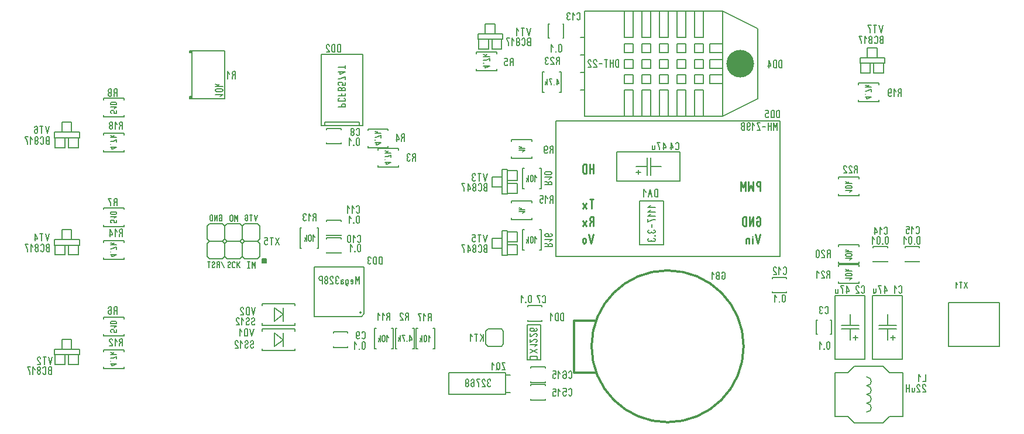
<source format=gbr>
%FSLAX34Y34*%
%MOMM*%
%LNSILK_BOTTOM*%
G71*
G01*
%ADD10C, 0.150*%
%ADD11C, 0.300*%
%ADD12C, 0.191*%
%ADD13C, 0.200*%
%ADD14C, 0.159*%
%ADD15C, 4.000*%
%ADD16C, 0.238*%
%LPD*%
G54D10*
X529775Y202150D02*
X461775Y202150D01*
X461775Y274150D01*
X533775Y274150D01*
X533775Y206150D01*
G54D10*
X529775Y202150D02*
X533775Y206150D01*
G54D11*
X528188Y208562D02*
X528188Y208562D01*
X528188Y208562D01*
G54D12*
X559528Y278309D02*
X559528Y288976D01*
X556862Y288976D01*
X555795Y288309D01*
X555262Y286976D01*
X555262Y280309D01*
X555795Y278976D01*
X556862Y278309D01*
X559528Y278309D01*
G54D12*
X551528Y278309D02*
X551528Y288976D01*
X548862Y288976D01*
X547795Y288309D01*
X547262Y286976D01*
X547262Y280309D01*
X547795Y278976D01*
X548862Y278309D01*
X551528Y278309D01*
G54D12*
X543528Y286976D02*
X542995Y288309D01*
X541928Y288976D01*
X540862Y288976D01*
X539795Y288309D01*
X539262Y286976D01*
X539262Y285642D01*
X539795Y284309D01*
X540862Y283642D01*
X539795Y282976D01*
X539262Y281642D01*
X539262Y280309D01*
X539795Y278976D01*
X540862Y278309D01*
X541928Y278309D01*
X542995Y278976D01*
X543528Y280309D01*
G54D12*
X526841Y249762D02*
X526841Y260429D01*
X524174Y253762D01*
X521508Y260429D01*
X521508Y249762D01*
G54D12*
X514575Y250429D02*
X515428Y249762D01*
X516495Y249762D01*
X517562Y250429D01*
X517775Y251762D01*
X517775Y254029D01*
X517242Y255362D01*
X516175Y255762D01*
X515108Y255362D01*
X514575Y254429D01*
X514575Y253096D01*
X517775Y253096D01*
G54D12*
X510842Y247762D02*
X509775Y247096D01*
X509029Y247096D01*
X507962Y247762D01*
X507642Y249096D01*
X507642Y255762D01*
G54D12*
X507642Y254029D02*
X508175Y255362D01*
X509242Y255762D01*
X510309Y255362D01*
X510842Y254029D01*
X510842Y251362D01*
X510309Y250029D01*
X509242Y249762D01*
X508175Y250029D01*
X507642Y251362D01*
G54D12*
X503909Y255096D02*
X502842Y255762D01*
X501562Y255762D01*
X500709Y254429D01*
X500709Y249762D01*
G54D12*
X500709Y251762D02*
X501242Y253096D01*
X502309Y253362D01*
X503376Y253096D01*
X503909Y251762D01*
X503696Y250429D01*
X502842Y249762D01*
X502309Y249762D01*
X502096Y249762D01*
X501242Y250429D01*
X500709Y251762D01*
G54D12*
X496976Y258429D02*
X496443Y259762D01*
X495376Y260429D01*
X494309Y260429D01*
X493243Y259762D01*
X492709Y258429D01*
X492709Y257096D01*
X493243Y255762D01*
X494309Y255096D01*
X493243Y254429D01*
X492709Y253096D01*
X492709Y251762D01*
X493243Y250429D01*
X494309Y249762D01*
X495376Y249762D01*
X496443Y250429D01*
X496976Y251762D01*
G54D12*
X484709Y249762D02*
X488976Y249762D01*
X488976Y250429D01*
X488443Y251762D01*
X485243Y255762D01*
X484709Y257096D01*
X484709Y258429D01*
X485243Y259762D01*
X486309Y260429D01*
X487376Y260429D01*
X488443Y259762D01*
X488976Y258429D01*
G54D12*
X478309Y255096D02*
X479376Y255096D01*
X480443Y255762D01*
X480976Y257096D01*
X480976Y258429D01*
X480443Y259762D01*
X479376Y260429D01*
X478309Y260429D01*
X477243Y259762D01*
X476709Y258429D01*
X476709Y257096D01*
X477243Y255762D01*
X478309Y255096D01*
X477243Y254429D01*
X476709Y253096D01*
X476709Y251762D01*
X477243Y250429D01*
X478309Y249762D01*
X479376Y249762D01*
X480443Y250429D01*
X480976Y251762D01*
X480976Y253096D01*
X480443Y254429D01*
X479376Y255096D01*
G54D12*
X472976Y249762D02*
X472976Y260429D01*
X470309Y260429D01*
X469243Y259762D01*
X468709Y258429D01*
X468709Y257096D01*
X469243Y255762D01*
X470309Y255096D01*
X472976Y255096D01*
G54D10*
X531925Y479250D02*
X471925Y479250D01*
X471925Y582150D01*
X531925Y582150D01*
X531925Y479250D01*
G54D10*
X526925Y479250D02*
X476925Y479250D01*
X476925Y484250D01*
X526925Y484250D01*
X526925Y479250D01*
G54D12*
X499304Y585762D02*
X499304Y596429D01*
X496638Y596429D01*
X495571Y595762D01*
X495038Y594429D01*
X495038Y587762D01*
X495571Y586429D01*
X496638Y585762D01*
X499304Y585762D01*
G54D12*
X491304Y585762D02*
X491304Y596429D01*
X488638Y596429D01*
X487571Y595762D01*
X487038Y594429D01*
X487038Y587762D01*
X487571Y586429D01*
X488638Y585762D01*
X491304Y585762D01*
G54D12*
X479038Y585762D02*
X483304Y585762D01*
X483304Y586429D01*
X482771Y587762D01*
X479571Y591762D01*
X479038Y593096D01*
X479038Y594429D01*
X479571Y595762D01*
X480638Y596429D01*
X481704Y596429D01*
X482771Y595762D01*
X483304Y594429D01*
G54D12*
X496000Y506350D02*
X506667Y506350D01*
X506667Y509017D01*
X506000Y510083D01*
X504667Y510617D01*
X503333Y510617D01*
X502000Y510083D01*
X501333Y509017D01*
X501333Y506350D01*
G54D12*
X498000Y518617D02*
X496667Y518083D01*
X496000Y517017D01*
X496000Y515950D01*
X496667Y514883D01*
X498000Y514350D01*
X504667Y514350D01*
X506000Y514883D01*
X506667Y515950D01*
X506667Y517017D01*
X506000Y518083D01*
X504667Y518617D01*
G54D12*
X496000Y522350D02*
X506667Y522350D01*
X506667Y526083D01*
G54D12*
X501333Y522350D02*
X501333Y526083D01*
G54D12*
X501333Y532483D02*
X501333Y531416D01*
X502000Y530349D01*
X503333Y529816D01*
X504667Y529816D01*
X506000Y530349D01*
X506667Y531416D01*
X506667Y532483D01*
X506000Y533549D01*
X504667Y534083D01*
X503333Y534083D01*
X502000Y533549D01*
X501333Y532483D01*
X500667Y533549D01*
X499333Y534083D01*
X498000Y534083D01*
X496667Y533549D01*
X496000Y532483D01*
X496000Y531416D01*
X496667Y530349D01*
X498000Y529816D01*
X499333Y529816D01*
X500667Y530349D01*
X501333Y531416D01*
G54D12*
X506667Y542083D02*
X506667Y537816D01*
X502000Y537816D01*
X502000Y538349D01*
X502667Y539416D01*
X502667Y540483D01*
X502000Y541549D01*
X500667Y542083D01*
X498000Y542083D01*
X496667Y541549D01*
X496000Y540483D01*
X496000Y539416D01*
X496667Y538349D01*
X498000Y537816D01*
G54D12*
X506667Y545816D02*
X506667Y550083D01*
X505333Y549549D01*
X503333Y548483D01*
X500667Y547416D01*
X498667Y546883D01*
X496000Y546883D01*
G54D12*
X496000Y557016D02*
X506667Y557016D01*
X500000Y553816D01*
X498667Y553816D01*
X498667Y558083D01*
G54D12*
X496000Y563949D02*
X506667Y563949D01*
G54D12*
X506667Y561816D02*
X506667Y566083D01*
G54D10*
X789375Y139525D02*
X769375Y139525D01*
X769375Y190625D01*
X789375Y190625D01*
X789375Y139525D01*
G54D10*
X784375Y139525D02*
X774375Y139525D01*
X774375Y144525D01*
X784375Y144525D01*
X784375Y139525D01*
G54D12*
X822534Y196295D02*
X822534Y206962D01*
X819868Y206962D01*
X818801Y206295D01*
X818268Y204962D01*
X818268Y198295D01*
X818801Y196962D01*
X819868Y196295D01*
X822534Y196295D01*
G54D12*
X814534Y196295D02*
X814534Y206962D01*
X811868Y206962D01*
X810801Y206295D01*
X810268Y204962D01*
X810268Y198295D01*
X810801Y196962D01*
X811868Y196295D01*
X814534Y196295D01*
G54D12*
X806534Y202962D02*
X803868Y206962D01*
X803868Y196295D01*
G54D12*
X784342Y149750D02*
X773675Y155083D01*
G54D12*
X773675Y149750D02*
X784342Y155083D01*
G54D12*
X780342Y158816D02*
X784342Y161483D01*
X773675Y161483D01*
G54D12*
X773675Y169483D02*
X773675Y165216D01*
X774342Y165216D01*
X775675Y165749D01*
X779675Y168949D01*
X781008Y169483D01*
X782342Y169483D01*
X783675Y168949D01*
X784342Y167883D01*
X784342Y166816D01*
X783675Y165749D01*
X782342Y165216D01*
G54D12*
X773675Y177483D02*
X773675Y173216D01*
X774342Y173216D01*
X775675Y173749D01*
X779675Y176949D01*
X781008Y177483D01*
X782342Y177483D01*
X783675Y176949D01*
X784342Y175883D01*
X784342Y174816D01*
X783675Y173749D01*
X782342Y173216D01*
G54D12*
X782342Y185483D02*
X783675Y184949D01*
X784342Y183883D01*
X784342Y182816D01*
X783675Y181749D01*
X782342Y181216D01*
X779008Y181216D01*
X778342Y181216D01*
X779675Y182816D01*
X779675Y183883D01*
X779008Y184949D01*
X777675Y185483D01*
X775675Y185483D01*
X774342Y184949D01*
X773675Y183883D01*
X773675Y182816D01*
X774342Y181749D01*
X775675Y181216D01*
X779008Y181216D01*
G54D11*
G75*
G01X1082825Y159225D02*
G03X1082825Y159225I-110000J0D01*
G01*
G54D11*
X868825Y196225D02*
X837825Y196225D01*
X837825Y121225D01*
X868825Y121225D01*
G54D12*
X1053617Y261698D02*
X1051483Y261698D01*
X1051483Y258365D01*
X1052017Y257032D01*
X1053083Y256365D01*
X1054150Y256365D01*
X1055217Y257032D01*
X1055750Y258365D01*
X1055750Y265032D01*
X1055217Y266365D01*
X1054150Y267032D01*
X1053083Y267032D01*
X1052017Y266365D01*
X1051483Y265032D01*
G54D12*
X1047750Y256365D02*
X1047750Y267032D01*
X1045083Y267032D01*
X1044017Y266365D01*
X1043483Y265032D01*
X1043483Y263698D01*
X1044017Y262365D01*
X1045083Y261698D01*
X1044017Y261032D01*
X1043483Y259698D01*
X1043483Y258365D01*
X1044017Y257032D01*
X1045083Y256365D01*
X1047750Y256365D01*
G54D12*
X1047750Y261698D02*
X1045083Y261698D01*
G54D12*
X1039750Y263032D02*
X1037083Y267032D01*
X1037083Y256365D01*
G54D13*
X1378962Y159100D02*
X1378962Y222750D01*
X1452825Y222750D01*
X1452825Y159100D01*
X1378962Y159100D01*
G54D14*
X1406592Y252312D02*
X1402148Y243424D01*
G54D14*
X1406592Y243424D02*
X1402148Y252312D01*
G54D14*
X1397259Y243424D02*
X1397259Y252312D01*
G54D14*
X1399037Y252312D02*
X1395482Y252312D01*
G54D14*
X1392370Y248979D02*
X1390148Y252312D01*
X1390148Y243424D01*
G54D13*
G75*
G01X1261105Y102075D02*
G03X1261105Y114775I0J6350D01*
G01*
G54D13*
G75*
G01X1261105Y89375D02*
G03X1261105Y102075I0J6350D01*
G01*
G54D13*
G75*
G01X1261105Y76675D02*
G03X1261105Y89375I0J6350D01*
G01*
G54D13*
G75*
G01X1261105Y63975D02*
G03X1261105Y76675I0J6350D01*
G01*
G54D13*
X1214750Y121125D02*
X1233800Y121125D01*
X1243325Y130650D01*
X1284600Y130650D01*
X1294125Y121125D01*
X1313175Y121125D01*
G54D13*
X1214750Y57625D02*
X1233800Y57625D01*
X1243325Y48100D01*
X1284600Y48100D01*
X1294125Y57625D01*
X1313175Y57625D01*
G54D13*
X1214750Y121125D02*
X1214750Y57625D01*
G54D13*
X1313175Y121125D02*
X1313175Y57625D01*
G54D12*
X1345925Y118692D02*
X1345925Y108025D01*
X1342192Y108025D01*
G54D12*
X1338459Y114692D02*
X1335792Y118692D01*
X1335792Y108025D01*
G54D12*
X1341658Y93200D02*
X1345925Y93200D01*
X1345925Y93867D01*
X1345392Y95200D01*
X1342192Y99200D01*
X1341658Y100533D01*
X1341658Y101867D01*
X1342192Y103200D01*
X1343258Y103867D01*
X1344325Y103867D01*
X1345392Y103200D01*
X1345925Y101867D01*
G54D12*
X1333658Y93200D02*
X1337925Y93200D01*
X1337925Y93867D01*
X1337392Y95200D01*
X1334192Y99200D01*
X1333658Y100533D01*
X1333658Y101867D01*
X1334192Y103200D01*
X1335258Y103867D01*
X1336325Y103867D01*
X1337392Y103200D01*
X1337925Y101867D01*
G54D12*
X1326725Y99200D02*
X1326725Y93200D01*
G54D12*
X1326725Y94533D02*
X1327258Y93467D01*
X1328325Y93200D01*
X1329392Y93467D01*
X1329925Y94533D01*
X1329925Y99200D01*
G54D12*
X1322992Y93200D02*
X1322992Y103867D01*
G54D12*
X1318725Y93200D02*
X1318725Y103867D01*
G54D12*
X1322992Y98533D02*
X1318725Y98533D01*
G54D13*
X1290950Y168750D02*
X1290950Y184625D01*
G54D13*
X1303650Y184625D02*
X1278250Y184625D01*
G54D13*
X1303650Y189388D02*
X1278250Y189388D01*
G54D13*
X1290950Y189388D02*
X1290950Y205262D01*
G54D13*
X1298888Y168750D02*
X1298888Y175100D01*
G54D13*
X1302062Y171925D02*
X1295712Y171925D01*
G54D13*
X1312222Y140334D02*
X1312222Y232409D01*
X1269360Y232409D01*
X1269360Y140334D01*
X1312222Y140334D01*
G54D12*
X1307495Y238422D02*
X1308028Y237088D01*
X1309095Y236422D01*
X1310162Y236422D01*
X1311228Y237088D01*
X1311762Y238422D01*
X1311762Y245088D01*
X1311228Y246422D01*
X1310162Y247088D01*
X1309095Y247088D01*
X1308028Y246422D01*
X1307495Y245088D01*
G54D12*
X1303762Y243088D02*
X1301095Y247088D01*
X1301095Y236422D01*
G54D12*
X1286904Y236547D02*
X1286904Y247214D01*
X1290104Y240547D01*
X1290104Y239214D01*
X1285838Y239214D01*
G54D12*
X1282104Y247214D02*
X1277838Y247214D01*
X1278371Y245880D01*
X1279438Y243880D01*
X1280504Y241214D01*
X1281038Y239214D01*
X1281038Y236547D01*
G54D12*
X1270904Y242547D02*
X1270904Y236547D01*
G54D12*
X1270904Y237880D02*
X1271438Y236814D01*
X1272504Y236547D01*
X1273571Y236814D01*
X1274104Y237880D01*
X1274104Y242547D01*
G54D10*
X1236975Y168750D02*
X1236975Y184625D01*
G54D10*
X1249675Y184625D02*
X1224275Y184625D01*
G54D10*
X1249675Y189388D02*
X1224275Y189388D01*
G54D10*
X1236975Y189388D02*
X1236975Y205262D01*
G54D10*
X1244912Y168750D02*
X1244912Y175100D01*
G54D10*
X1248088Y171925D02*
X1241738Y171925D01*
G54D10*
X1258248Y140334D02*
X1258248Y232409D01*
X1215385Y232409D01*
X1215385Y140334D01*
X1258248Y140334D01*
G54D12*
X1253368Y238269D02*
X1253902Y236936D01*
X1254968Y236269D01*
X1256035Y236269D01*
X1257102Y236936D01*
X1257635Y238269D01*
X1257635Y244936D01*
X1257102Y246269D01*
X1256035Y246936D01*
X1254968Y246936D01*
X1253902Y246269D01*
X1253368Y244936D01*
G54D12*
X1245368Y236269D02*
X1249635Y236269D01*
X1249635Y236936D01*
X1249102Y238269D01*
X1245902Y242269D01*
X1245368Y243602D01*
X1245368Y244936D01*
X1245902Y246269D01*
X1246968Y246936D01*
X1248035Y246936D01*
X1249102Y246269D01*
X1249635Y244936D01*
G54D12*
X1232296Y236230D02*
X1232296Y246896D01*
X1235496Y240230D01*
X1235496Y238896D01*
X1231229Y238896D01*
G54D12*
X1227496Y246896D02*
X1223229Y246896D01*
X1223762Y245563D01*
X1224829Y243563D01*
X1225896Y240896D01*
X1226429Y238896D01*
X1226429Y236230D01*
G54D12*
X1216296Y242230D02*
X1216296Y236230D01*
G54D12*
X1216296Y237563D02*
X1216829Y236496D01*
X1217896Y236230D01*
X1218962Y236496D01*
X1219496Y237563D01*
X1219496Y242230D01*
G54D13*
X1208400Y176688D02*
X1209988Y176688D01*
X1209988Y197325D01*
X1208400Y197325D01*
G54D13*
X1189350Y176688D02*
X1187762Y176688D01*
X1187762Y197325D01*
X1189350Y197325D01*
G54D12*
X1200913Y208413D02*
X1201447Y207080D01*
X1202513Y206413D01*
X1203580Y206413D01*
X1204647Y207080D01*
X1205180Y208413D01*
X1205180Y215080D01*
X1204647Y216413D01*
X1203580Y217080D01*
X1202513Y217080D01*
X1201447Y216413D01*
X1200913Y215080D01*
G54D12*
X1197180Y215080D02*
X1196647Y216413D01*
X1195580Y217080D01*
X1194513Y217080D01*
X1193447Y216413D01*
X1192913Y215080D01*
X1192913Y213746D01*
X1193447Y212413D01*
X1194513Y211746D01*
X1193447Y211080D01*
X1192913Y209746D01*
X1192913Y208413D01*
X1193447Y207080D01*
X1194513Y206413D01*
X1195580Y206413D01*
X1196647Y207080D01*
X1197180Y208413D01*
G54D12*
X1203243Y163972D02*
X1203243Y157306D01*
X1203777Y155972D01*
X1204843Y155306D01*
X1205910Y155306D01*
X1206977Y155972D01*
X1207510Y157306D01*
X1207510Y163972D01*
X1206977Y165306D01*
X1205910Y165972D01*
X1204843Y165972D01*
X1203777Y165306D01*
X1203243Y163972D01*
G54D12*
X1199083Y155306D02*
X1199510Y155306D01*
X1199510Y155839D01*
X1199083Y155839D01*
X1199083Y155306D01*
X1199510Y155306D01*
G54D12*
X1195350Y161972D02*
X1192683Y165972D01*
X1192683Y155306D01*
G54D13*
X795650Y102075D02*
X795650Y103662D01*
X775012Y103662D01*
X775012Y102075D01*
G54D13*
X795650Y83025D02*
X795650Y81438D01*
X775012Y81438D01*
X775012Y83025D01*
G54D12*
X829768Y89388D02*
X830302Y88055D01*
X831368Y87388D01*
X832435Y87388D01*
X833502Y88055D01*
X834035Y89388D01*
X834035Y96055D01*
X833502Y97388D01*
X832435Y98055D01*
X831368Y98055D01*
X830302Y97388D01*
X829768Y96055D01*
G54D12*
X821768Y98055D02*
X826035Y98055D01*
X826035Y93388D01*
X825502Y93388D01*
X824435Y94055D01*
X823368Y94055D01*
X822302Y93388D01*
X821768Y92055D01*
X821768Y89388D01*
X822302Y88055D01*
X823368Y87388D01*
X824435Y87388D01*
X825502Y88055D01*
X826035Y89388D01*
G54D12*
X817525Y93517D02*
X814858Y97517D01*
X814858Y86850D01*
G54D12*
X806858Y97517D02*
X811125Y97517D01*
X811125Y92850D01*
X810592Y92850D01*
X809525Y93517D01*
X808458Y93517D01*
X807392Y92850D01*
X806858Y91517D01*
X806858Y88850D01*
X807392Y87517D01*
X808458Y86850D01*
X809525Y86850D01*
X810592Y87517D01*
X811125Y88850D01*
G54D13*
X795650Y127475D02*
X795650Y129062D01*
X775012Y129062D01*
X775012Y127475D01*
G54D13*
X795650Y108425D02*
X795650Y106838D01*
X775012Y106838D01*
X775012Y108425D01*
G54D12*
X829768Y114470D02*
X830302Y113136D01*
X831368Y112470D01*
X832435Y112470D01*
X833502Y113136D01*
X834035Y114470D01*
X834035Y121136D01*
X833502Y122470D01*
X832435Y123136D01*
X831368Y123136D01*
X830302Y122470D01*
X829768Y121136D01*
G54D12*
X821768Y121136D02*
X822302Y122470D01*
X823368Y123136D01*
X824435Y123136D01*
X825502Y122470D01*
X826035Y121136D01*
X826035Y117803D01*
X826035Y117136D01*
X824435Y118470D01*
X823368Y118470D01*
X822302Y117803D01*
X821768Y116470D01*
X821768Y114470D01*
X822302Y113136D01*
X823368Y112470D01*
X824435Y112470D01*
X825502Y113136D01*
X826035Y114470D01*
X826035Y117803D01*
G54D12*
X817525Y119234D02*
X814858Y123234D01*
X814858Y112567D01*
G54D12*
X806858Y123234D02*
X811125Y123234D01*
X811125Y118567D01*
X810592Y118567D01*
X809525Y119234D01*
X808458Y119234D01*
X807392Y118567D01*
X806858Y117234D01*
X806858Y114567D01*
X807392Y113234D01*
X808458Y112567D01*
X809525Y112567D01*
X810592Y113234D01*
X811125Y114567D01*
G54D13*
X770250Y197325D02*
X770250Y195738D01*
X790888Y195738D01*
X790888Y197325D01*
G54D13*
X770250Y216375D02*
X770250Y217962D01*
X790888Y217962D01*
X790888Y216375D01*
G54D12*
X791935Y224301D02*
X792469Y222968D01*
X793535Y222301D01*
X794602Y222301D01*
X795669Y222968D01*
X796202Y224301D01*
X796202Y230968D01*
X795669Y232301D01*
X794602Y232968D01*
X793535Y232968D01*
X792469Y232301D01*
X791935Y230968D01*
G54D12*
X788202Y232968D02*
X783935Y232968D01*
X784469Y231634D01*
X785535Y229634D01*
X786602Y226968D01*
X787135Y224968D01*
X787135Y222301D01*
G54D12*
X771635Y231188D02*
X771635Y224521D01*
X772169Y223188D01*
X773235Y222521D01*
X774302Y222521D01*
X775369Y223188D01*
X775902Y224521D01*
X775902Y231188D01*
X775369Y232521D01*
X774302Y233188D01*
X773235Y233188D01*
X772169Y232521D01*
X771635Y231188D01*
G54D12*
X767475Y222521D02*
X767902Y222521D01*
X767902Y223054D01*
X767475Y223054D01*
X767475Y222521D01*
X767902Y222521D01*
G54D12*
X763742Y229188D02*
X761075Y233188D01*
X761075Y222521D01*
G54D13*
X500375Y473550D02*
X500375Y475138D01*
X479738Y475138D01*
X479738Y473550D01*
G54D13*
X500375Y454500D02*
X500375Y452912D01*
X479738Y452912D01*
X479738Y454500D01*
G54D12*
X522746Y466578D02*
X523279Y465245D01*
X524346Y464578D01*
X525412Y464578D01*
X526479Y465245D01*
X527012Y466578D01*
X527012Y473245D01*
X526479Y474578D01*
X525412Y475245D01*
X524346Y475245D01*
X523279Y474578D01*
X522746Y473245D01*
G54D12*
X516346Y469911D02*
X517412Y469911D01*
X518479Y470578D01*
X519012Y471911D01*
X519012Y473245D01*
X518479Y474578D01*
X517412Y475245D01*
X516346Y475245D01*
X515279Y474578D01*
X514746Y473245D01*
X514746Y471911D01*
X515279Y470578D01*
X516346Y469911D01*
X515279Y469245D01*
X514746Y467911D01*
X514746Y466578D01*
X515279Y465245D01*
X516346Y464578D01*
X517412Y464578D01*
X518479Y465245D01*
X519012Y466578D01*
X519012Y467911D01*
X518479Y469245D01*
X517412Y469911D01*
G54D12*
X522746Y459055D02*
X522746Y452388D01*
X523279Y451055D01*
X524346Y450388D01*
X525412Y450388D01*
X526479Y451055D01*
X527012Y452388D01*
X527012Y459055D01*
X526479Y460388D01*
X525412Y461055D01*
X524346Y461055D01*
X523279Y460388D01*
X522746Y459055D01*
G54D12*
X518586Y450388D02*
X519012Y450388D01*
X519012Y450921D01*
X518586Y450921D01*
X518586Y450388D01*
X519012Y450388D01*
G54D12*
X514852Y457055D02*
X512186Y461055D01*
X512186Y450388D01*
G54D13*
X509900Y178275D02*
X509900Y179862D01*
X489262Y179862D01*
X489262Y178275D01*
G54D13*
X509900Y159225D02*
X509900Y157638D01*
X489262Y157638D01*
X489262Y159225D01*
G54D12*
X530683Y171938D02*
X531217Y170605D01*
X532283Y169938D01*
X533350Y169938D01*
X534417Y170605D01*
X534950Y171938D01*
X534950Y178605D01*
X534417Y179938D01*
X533350Y180605D01*
X532283Y180605D01*
X531217Y179938D01*
X530683Y178605D01*
G54D12*
X526950Y171938D02*
X526417Y170605D01*
X525350Y169938D01*
X524283Y169938D01*
X523217Y170605D01*
X522683Y171938D01*
X522683Y175271D01*
X522683Y175938D01*
X524283Y174605D01*
X525350Y174605D01*
X526417Y175271D01*
X526950Y176605D01*
X526950Y178605D01*
X526417Y179938D01*
X525350Y180605D01*
X524283Y180605D01*
X523217Y179938D01*
X522683Y178605D01*
X522683Y175271D01*
G54D12*
X530683Y163780D02*
X530683Y157113D01*
X531217Y155780D01*
X532283Y155113D01*
X533350Y155113D01*
X534417Y155780D01*
X534950Y157113D01*
X534950Y163780D01*
X534417Y165113D01*
X533350Y165780D01*
X532283Y165780D01*
X531217Y165113D01*
X530683Y163780D01*
G54D12*
X526523Y155113D02*
X526950Y155113D01*
X526950Y155646D01*
X526523Y155646D01*
X526523Y155113D01*
X526950Y155113D01*
G54D12*
X522790Y161780D02*
X520123Y165780D01*
X520123Y155113D01*
G54D13*
X500375Y314800D02*
X500375Y316388D01*
X479738Y316388D01*
X479738Y314800D01*
G54D13*
X500375Y295750D02*
X500375Y294162D01*
X479738Y294162D01*
X479738Y295750D01*
G54D12*
X524333Y311637D02*
X524867Y310304D01*
X525933Y309637D01*
X527000Y309637D01*
X528067Y310304D01*
X528600Y311637D01*
X528600Y318304D01*
X528067Y319637D01*
X527000Y320304D01*
X525933Y320304D01*
X524867Y319637D01*
X524333Y318304D01*
G54D12*
X520600Y316304D02*
X517933Y320304D01*
X517933Y309637D01*
G54D12*
X509933Y318304D02*
X509933Y311637D01*
X510467Y310304D01*
X511533Y309637D01*
X512600Y309637D01*
X513667Y310304D01*
X514200Y311637D01*
X514200Y318304D01*
X513667Y319637D01*
X512600Y320304D01*
X511533Y320304D01*
X510467Y319637D01*
X509933Y318304D01*
G54D12*
X524333Y305066D02*
X524333Y298400D01*
X524867Y297066D01*
X525933Y296400D01*
X527000Y296400D01*
X528067Y297066D01*
X528600Y298400D01*
X528600Y305066D01*
X528067Y306400D01*
X527000Y307066D01*
X525933Y307066D01*
X524867Y306400D01*
X524333Y305066D01*
G54D12*
X520173Y296400D02*
X520600Y296400D01*
X520600Y296933D01*
X520173Y296933D01*
X520173Y296400D01*
X520600Y296400D01*
G54D12*
X516440Y303066D02*
X513773Y307066D01*
X513773Y296400D01*
G54D13*
X500338Y340200D02*
X500338Y341788D01*
X479700Y341788D01*
X479700Y340200D01*
G54D13*
X500338Y321150D02*
X500338Y319562D01*
X479700Y319562D01*
X479700Y321150D01*
G54D12*
X522708Y354500D02*
X523242Y353166D01*
X524308Y352500D01*
X525375Y352500D01*
X526442Y353166D01*
X526975Y354500D01*
X526975Y361166D01*
X526442Y362500D01*
X525375Y363166D01*
X524308Y363166D01*
X523242Y362500D01*
X522708Y361166D01*
G54D12*
X518975Y359166D02*
X516308Y363166D01*
X516308Y352500D01*
G54D12*
X512575Y359166D02*
X509908Y363166D01*
X509908Y352500D01*
G54D12*
X522708Y346341D02*
X522708Y339674D01*
X523242Y338341D01*
X524308Y337674D01*
X525375Y337674D01*
X526442Y338341D01*
X526975Y339674D01*
X526975Y346341D01*
X526442Y347674D01*
X525375Y348341D01*
X524308Y348341D01*
X523242Y347674D01*
X522708Y346341D01*
G54D12*
X518548Y337674D02*
X518975Y337674D01*
X518975Y338208D01*
X518548Y338208D01*
X518548Y337674D01*
X518975Y337674D01*
G54D12*
X514815Y344341D02*
X512148Y348341D01*
X512148Y337674D01*
G54D13*
X1144862Y257650D02*
X1144862Y259238D01*
X1124225Y259238D01*
X1124225Y257650D01*
G54D13*
X1144862Y238600D02*
X1144862Y237012D01*
X1124225Y237012D01*
X1124225Y238600D01*
G54D12*
X1140246Y265600D02*
X1140779Y264266D01*
X1141846Y263600D01*
X1142912Y263600D01*
X1143979Y264266D01*
X1144512Y265600D01*
X1144512Y272266D01*
X1143979Y273600D01*
X1142912Y274266D01*
X1141846Y274266D01*
X1140779Y273600D01*
X1140246Y272266D01*
G54D12*
X1136512Y270266D02*
X1133846Y274266D01*
X1133846Y263600D01*
G54D12*
X1125846Y263600D02*
X1130112Y263600D01*
X1130112Y264266D01*
X1129579Y265600D01*
X1126379Y269600D01*
X1125846Y270933D01*
X1125846Y272266D01*
X1126379Y273600D01*
X1127446Y274266D01*
X1128512Y274266D01*
X1129579Y273600D01*
X1130112Y272266D01*
G54D12*
X1138658Y232041D02*
X1138658Y225374D01*
X1139192Y224041D01*
X1140258Y223374D01*
X1141325Y223374D01*
X1142392Y224041D01*
X1142925Y225374D01*
X1142925Y232041D01*
X1142392Y233374D01*
X1141325Y234041D01*
X1140258Y234041D01*
X1139192Y233374D01*
X1138658Y232041D01*
G54D12*
X1134498Y223374D02*
X1134925Y223374D01*
X1134925Y223908D01*
X1134498Y223908D01*
X1134498Y223374D01*
X1134925Y223374D01*
G54D12*
X1130765Y230041D02*
X1128098Y234041D01*
X1128098Y223374D01*
G54D13*
X802000Y626585D02*
X800412Y626585D01*
X800412Y605948D01*
X802000Y605948D01*
G54D13*
X821050Y626585D02*
X822638Y626585D01*
X822638Y605948D01*
X821050Y605948D01*
G54D12*
X841820Y634206D02*
X842353Y632872D01*
X843420Y632206D01*
X844486Y632206D01*
X845553Y632872D01*
X846086Y634206D01*
X846086Y640872D01*
X845553Y642206D01*
X844486Y642872D01*
X843420Y642872D01*
X842353Y642206D01*
X841820Y640872D01*
G54D12*
X838086Y638872D02*
X835420Y642872D01*
X835420Y632206D01*
G54D12*
X831686Y640872D02*
X831153Y642206D01*
X830086Y642872D01*
X829020Y642872D01*
X827953Y642206D01*
X827420Y640872D01*
X827420Y639539D01*
X827953Y638206D01*
X829020Y637539D01*
X827953Y636872D01*
X827420Y635539D01*
X827420Y634206D01*
X827953Y632872D01*
X829020Y632206D01*
X830086Y632206D01*
X831153Y632872D01*
X831686Y634206D01*
G54D12*
X815037Y594532D02*
X815037Y587866D01*
X815571Y586532D01*
X816637Y585866D01*
X817704Y585866D01*
X818771Y586532D01*
X819304Y587866D01*
X819304Y594532D01*
X818771Y595866D01*
X817704Y596532D01*
X816637Y596532D01*
X815571Y595866D01*
X815037Y594532D01*
G54D12*
X810877Y585866D02*
X811304Y585866D01*
X811304Y586399D01*
X810877Y586399D01*
X810877Y585866D01*
X811304Y585866D01*
G54D12*
X807144Y592532D02*
X804477Y596532D01*
X804477Y585866D01*
G54D13*
X1290950Y302100D02*
X1290950Y303688D01*
X1270312Y303688D01*
X1270312Y302100D01*
G54D13*
X1290950Y283050D02*
X1290950Y281462D01*
X1270312Y281462D01*
X1270312Y283050D01*
G54D12*
X1286333Y323543D02*
X1286867Y322210D01*
X1287933Y321543D01*
X1289000Y321543D01*
X1290067Y322210D01*
X1290600Y323543D01*
X1290600Y330210D01*
X1290067Y331543D01*
X1289000Y332210D01*
X1287933Y332210D01*
X1286867Y331543D01*
X1286333Y330210D01*
G54D12*
X1282600Y328210D02*
X1279933Y332210D01*
X1279933Y321543D01*
G54D12*
X1273000Y321543D02*
X1273000Y332210D01*
X1276200Y325543D01*
X1276200Y324210D01*
X1271933Y324210D01*
G54D12*
X1287921Y316179D02*
X1287921Y309512D01*
X1288454Y308179D01*
X1289521Y307512D01*
X1290588Y307512D01*
X1291654Y308179D01*
X1292188Y309512D01*
X1292188Y316179D01*
X1291654Y317512D01*
X1290588Y318179D01*
X1289521Y318179D01*
X1288454Y317512D01*
X1287921Y316179D01*
G54D12*
X1283761Y307512D02*
X1284188Y307512D01*
X1284188Y308045D01*
X1283761Y308045D01*
X1283761Y307512D01*
X1284188Y307512D01*
G54D12*
X1275761Y316179D02*
X1275761Y309512D01*
X1276294Y308179D01*
X1277361Y307512D01*
X1278428Y307512D01*
X1279494Y308179D01*
X1280028Y309512D01*
X1280028Y316179D01*
X1279494Y317512D01*
X1278428Y318179D01*
X1277361Y318179D01*
X1276294Y317512D01*
X1275761Y316179D01*
G54D12*
X1272028Y314179D02*
X1269361Y318179D01*
X1269361Y307512D01*
G54D13*
X1336988Y302100D02*
X1336988Y303688D01*
X1316350Y303688D01*
X1316350Y302100D01*
G54D13*
X1336988Y283050D02*
X1336988Y281462D01*
X1316350Y281462D01*
X1316350Y283050D01*
G54D12*
X1332371Y324338D02*
X1332904Y323005D01*
X1333971Y322338D01*
X1335038Y322338D01*
X1336104Y323005D01*
X1336638Y324338D01*
X1336638Y331005D01*
X1336104Y332338D01*
X1335038Y333005D01*
X1333971Y333005D01*
X1332904Y332338D01*
X1332371Y331005D01*
G54D12*
X1328638Y329005D02*
X1325971Y333005D01*
X1325971Y322338D01*
G54D12*
X1317971Y333005D02*
X1322238Y333005D01*
X1322238Y328338D01*
X1321704Y328338D01*
X1320638Y329005D01*
X1319571Y329005D01*
X1318504Y328338D01*
X1317971Y327005D01*
X1317971Y324338D01*
X1318504Y323005D01*
X1319571Y322338D01*
X1320638Y322338D01*
X1321704Y323005D01*
X1322238Y324338D01*
G54D12*
X1333958Y316180D02*
X1333958Y309513D01*
X1334492Y308180D01*
X1335558Y307513D01*
X1336625Y307513D01*
X1337692Y308180D01*
X1338225Y309513D01*
X1338225Y316180D01*
X1337692Y317513D01*
X1336625Y318180D01*
X1335558Y318180D01*
X1334492Y317513D01*
X1333958Y316180D01*
G54D12*
X1329798Y307513D02*
X1330225Y307513D01*
X1330225Y308046D01*
X1329798Y308046D01*
X1329798Y307513D01*
X1330225Y307513D01*
G54D12*
X1321798Y316180D02*
X1321798Y309513D01*
X1322332Y308180D01*
X1323398Y307513D01*
X1324465Y307513D01*
X1325532Y308180D01*
X1326065Y309513D01*
X1326065Y316180D01*
X1325532Y317513D01*
X1324465Y318180D01*
X1323398Y318180D01*
X1322332Y317513D01*
X1321798Y316180D01*
G54D12*
X1318065Y314180D02*
X1315398Y318180D01*
X1315398Y307513D01*
G54D13*
X603562Y156050D02*
X605944Y156050D01*
X605944Y185418D01*
X603562Y185418D01*
G54D13*
X581337Y156050D02*
X578956Y156050D01*
X578956Y185418D01*
X581337Y185418D01*
G54D12*
X595827Y202307D02*
X594227Y200974D01*
X593693Y199641D01*
X593693Y196974D01*
G54D12*
X597960Y196974D02*
X597960Y207641D01*
X595293Y207641D01*
X594227Y206974D01*
X593693Y205641D01*
X593693Y204307D01*
X594227Y202974D01*
X595293Y202307D01*
X597960Y202307D01*
G54D12*
X585693Y196974D02*
X589960Y196974D01*
X589960Y197641D01*
X589427Y198974D01*
X586227Y202974D01*
X585693Y204307D01*
X585693Y205641D01*
X586227Y206974D01*
X587293Y207641D01*
X588360Y207641D01*
X589427Y206974D01*
X589960Y205641D01*
G54D14*
X599928Y166562D02*
X599928Y175450D01*
X602595Y169895D01*
X602595Y168784D01*
X599039Y168784D01*
G54D14*
X595572Y166562D02*
X595928Y166562D01*
X595928Y167006D01*
X595572Y167006D01*
X595572Y166562D01*
X595928Y166562D01*
G54D14*
X592461Y175450D02*
X588905Y175450D01*
X589350Y174339D01*
X590239Y172673D01*
X591128Y170450D01*
X591572Y168784D01*
X591572Y166562D01*
G54D14*
X585794Y166562D02*
X585794Y175450D01*
G54D14*
X584461Y169895D02*
X583127Y166562D01*
G54D14*
X585794Y168784D02*
X583127Y171562D01*
G54D13*
X583243Y443387D02*
X583243Y445768D01*
X553874Y445768D01*
X553874Y443387D01*
G54D13*
X583243Y421162D02*
X583243Y418781D01*
X553874Y418781D01*
X553874Y421162D01*
G54D12*
X606072Y433239D02*
X604472Y431906D01*
X603938Y430572D01*
X603938Y427906D01*
G54D12*
X608205Y427906D02*
X608205Y438572D01*
X605538Y438572D01*
X604472Y437906D01*
X603938Y436572D01*
X603938Y435239D01*
X604472Y433906D01*
X605538Y433239D01*
X608205Y433239D01*
G54D12*
X600205Y436572D02*
X599672Y437906D01*
X598605Y438572D01*
X597538Y438572D01*
X596472Y437906D01*
X595938Y436572D01*
X595938Y435239D01*
X596472Y433906D01*
X597538Y433239D01*
X596472Y432572D01*
X595938Y431239D01*
X595938Y429906D01*
X596472Y428572D01*
X597538Y427906D01*
X598605Y427906D01*
X599672Y428572D01*
X600205Y429906D01*
G54D14*
X563842Y425650D02*
X572730Y425650D01*
X567175Y422984D01*
X566064Y422984D01*
X566064Y426539D01*
G54D14*
X563842Y430006D02*
X563842Y429650D01*
X564286Y429650D01*
X564286Y430006D01*
X563842Y430006D01*
X563842Y429650D01*
G54D14*
X572730Y433118D02*
X572730Y436673D01*
X571619Y436229D01*
X569953Y435340D01*
X567730Y434451D01*
X566064Y434006D01*
X563842Y434006D01*
G54D14*
X563842Y439784D02*
X572730Y439784D01*
G54D14*
X567175Y441118D02*
X563842Y442451D01*
G54D14*
X566064Y439784D02*
X568842Y442451D01*
G54D13*
X568638Y471962D02*
X568638Y474344D01*
X539269Y474344D01*
X539269Y471962D01*
G54D13*
X568638Y449737D02*
X568638Y447356D01*
X539269Y447356D01*
X539269Y449737D01*
G54D12*
X589879Y461814D02*
X588279Y460480D01*
X587746Y459147D01*
X587746Y456480D01*
G54D12*
X592012Y456480D02*
X592012Y467147D01*
X589346Y467147D01*
X588279Y466480D01*
X587746Y465147D01*
X587746Y463814D01*
X588279Y462480D01*
X589346Y461814D01*
X592012Y461814D01*
G54D12*
X580812Y456480D02*
X580812Y467147D01*
X584012Y460480D01*
X584012Y459147D01*
X579746Y459147D01*
G54D14*
X549236Y454225D02*
X558125Y454225D01*
X552570Y451558D01*
X551459Y451558D01*
X551459Y455114D01*
G54D14*
X549236Y458581D02*
X549236Y458226D01*
X549681Y458226D01*
X549681Y458581D01*
X549236Y458581D01*
X549236Y458226D01*
G54D14*
X558125Y461692D02*
X558125Y465248D01*
X557014Y464804D01*
X555348Y463915D01*
X553125Y463026D01*
X551459Y462581D01*
X549236Y462581D01*
G54D14*
X549236Y468360D02*
X558125Y468360D01*
G54D14*
X552570Y469693D02*
X549236Y471026D01*
G54D14*
X551459Y468360D02*
X554236Y471026D01*
G54D13*
X725800Y583087D02*
X725800Y585468D01*
X696432Y585468D01*
X696432Y583087D01*
G54D13*
X725800Y560862D02*
X725800Y558481D01*
X696432Y558481D01*
X696432Y560862D01*
G54D12*
X747042Y571351D02*
X745442Y570018D01*
X744908Y568685D01*
X744908Y566018D01*
G54D12*
X749175Y566018D02*
X749175Y576685D01*
X746508Y576685D01*
X745442Y576018D01*
X744908Y574685D01*
X744908Y573351D01*
X745442Y572018D01*
X746508Y571351D01*
X749175Y571351D01*
G54D12*
X736908Y576685D02*
X741175Y576685D01*
X741175Y572018D01*
X740642Y572018D01*
X739575Y572685D01*
X738508Y572685D01*
X737442Y572018D01*
X736908Y570685D01*
X736908Y568018D01*
X737442Y566685D01*
X738508Y566018D01*
X739575Y566018D01*
X740642Y566685D01*
X741175Y568018D01*
G54D14*
X706399Y565350D02*
X715288Y565350D01*
X709732Y562684D01*
X708621Y562684D01*
X708621Y566239D01*
G54D14*
X706399Y569706D02*
X706399Y569350D01*
X706843Y569350D01*
X706843Y569706D01*
X706399Y569706D01*
X706399Y569350D01*
G54D14*
X715288Y572818D02*
X715288Y576373D01*
X714177Y575929D01*
X712510Y575040D01*
X710288Y574151D01*
X708621Y573706D01*
X706399Y573706D01*
G54D14*
X706399Y579484D02*
X715288Y579484D01*
G54D14*
X709732Y580818D02*
X706399Y582151D01*
G54D14*
X708621Y579484D02*
X711399Y582151D01*
G54D13*
X186050Y516412D02*
X186050Y518794D01*
X156682Y518794D01*
X156682Y516412D01*
G54D13*
X186050Y494187D02*
X186050Y491806D01*
X156682Y491806D01*
X156682Y494187D01*
G54D12*
X173954Y526901D02*
X172354Y525568D01*
X171821Y524235D01*
X171821Y521568D01*
G54D12*
X176088Y521568D02*
X176088Y532235D01*
X173421Y532235D01*
X172354Y531568D01*
X171821Y530235D01*
X171821Y528901D01*
X172354Y527568D01*
X173421Y526901D01*
X176088Y526901D01*
G54D12*
X165421Y526901D02*
X166488Y526901D01*
X167554Y527568D01*
X168088Y528901D01*
X168088Y530235D01*
X167554Y531568D01*
X166488Y532235D01*
X165421Y532235D01*
X164354Y531568D01*
X163821Y530235D01*
X163821Y528901D01*
X164354Y527568D01*
X165421Y526901D01*
X164354Y526235D01*
X163821Y524901D01*
X163821Y523568D01*
X164354Y522235D01*
X165421Y521568D01*
X166488Y521568D01*
X167554Y522235D01*
X168088Y523568D01*
X168088Y524901D01*
X167554Y526235D01*
X166488Y526901D01*
G54D14*
X175538Y500834D02*
X175538Y497278D01*
X171649Y497278D01*
X171649Y497723D01*
X172204Y498612D01*
X172204Y499501D01*
X171649Y500390D01*
X170538Y500834D01*
X168316Y500834D01*
X167204Y500390D01*
X166649Y499501D01*
X166649Y498612D01*
X167204Y497723D01*
X168316Y497278D01*
G54D14*
X172204Y503946D02*
X175538Y506168D01*
X166649Y506168D01*
G54D14*
X173871Y512834D02*
X168316Y512834D01*
X167204Y512390D01*
X166649Y511501D01*
X166649Y510612D01*
X167204Y509723D01*
X168316Y509278D01*
X173871Y509278D01*
X174982Y509723D01*
X175538Y510612D01*
X175538Y511501D01*
X174982Y512390D01*
X173871Y512834D01*
G54D13*
X186050Y357662D02*
X186050Y360044D01*
X156682Y360044D01*
X156682Y357662D01*
G54D13*
X186050Y335437D02*
X186050Y333056D01*
X156682Y333056D01*
X156682Y335437D01*
G54D12*
X173954Y368151D02*
X172354Y366818D01*
X171821Y365485D01*
X171821Y362818D01*
G54D12*
X176088Y362818D02*
X176088Y373485D01*
X173421Y373485D01*
X172354Y372818D01*
X171821Y371485D01*
X171821Y370151D01*
X172354Y368818D01*
X173421Y368151D01*
X176088Y368151D01*
G54D12*
X168088Y373485D02*
X163821Y373485D01*
X164354Y372151D01*
X165421Y370151D01*
X166488Y367485D01*
X167021Y365485D01*
X167021Y362818D01*
G54D14*
X175538Y342084D02*
X175538Y338528D01*
X171649Y338528D01*
X171649Y338973D01*
X172204Y339862D01*
X172204Y340751D01*
X171649Y341640D01*
X170538Y342084D01*
X168316Y342084D01*
X167204Y341640D01*
X166649Y340751D01*
X166649Y339862D01*
X167204Y338973D01*
X168316Y338528D01*
G54D14*
X172204Y345196D02*
X175538Y347418D01*
X166649Y347418D01*
G54D14*
X173871Y354084D02*
X168316Y354084D01*
X167204Y353640D01*
X166649Y352751D01*
X166649Y351862D01*
X167204Y350973D01*
X168316Y350528D01*
X173871Y350528D01*
X174982Y350973D01*
X175538Y351862D01*
X175538Y352751D01*
X174982Y353640D01*
X173871Y354084D01*
G54D13*
X186050Y198912D02*
X186050Y201294D01*
X156682Y201294D01*
X156682Y198912D01*
G54D13*
X186050Y176687D02*
X186050Y174306D01*
X156682Y174306D01*
X156682Y176687D01*
G54D12*
X173954Y210989D02*
X172354Y209656D01*
X171821Y208322D01*
X171821Y205656D01*
G54D12*
X176088Y205656D02*
X176088Y216322D01*
X173421Y216322D01*
X172354Y215656D01*
X171821Y214322D01*
X171821Y212989D01*
X172354Y211656D01*
X173421Y210989D01*
X176088Y210989D01*
G54D12*
X163821Y214322D02*
X164354Y215656D01*
X165421Y216322D01*
X166488Y216322D01*
X167554Y215656D01*
X168088Y214322D01*
X168088Y210989D01*
X168088Y210322D01*
X166488Y211656D01*
X165421Y211656D01*
X164354Y210989D01*
X163821Y209656D01*
X163821Y207656D01*
X164354Y206322D01*
X165421Y205656D01*
X166488Y205656D01*
X167554Y206322D01*
X168088Y207656D01*
X168088Y210989D01*
G54D14*
X175538Y183334D02*
X175538Y179778D01*
X171649Y179778D01*
X171649Y180223D01*
X172204Y181112D01*
X172204Y182001D01*
X171649Y182890D01*
X170538Y183334D01*
X168316Y183334D01*
X167204Y182890D01*
X166649Y182001D01*
X166649Y181112D01*
X167204Y180223D01*
X168316Y179778D01*
G54D14*
X172204Y186446D02*
X175538Y188668D01*
X166649Y188668D01*
G54D14*
X173871Y195334D02*
X168316Y195334D01*
X167204Y194890D01*
X166649Y194001D01*
X166649Y193112D01*
X167204Y192223D01*
X168316Y191778D01*
X173871Y191778D01*
X174982Y192223D01*
X175538Y193112D01*
X175538Y194001D01*
X174982Y194890D01*
X173871Y195334D01*
G54D13*
X776600Y367187D02*
X776600Y369568D01*
X747232Y369568D01*
X747232Y367187D01*
G54D13*
X776600Y344962D02*
X776600Y342581D01*
X747232Y342581D01*
X747232Y344962D01*
G54D12*
X804827Y371961D02*
X803227Y370628D01*
X802693Y369295D01*
X802693Y366628D01*
G54D12*
X806960Y366628D02*
X806960Y377295D01*
X804293Y377295D01*
X803227Y376628D01*
X802693Y375295D01*
X802693Y373961D01*
X803227Y372628D01*
X804293Y371961D01*
X806960Y371961D01*
G54D12*
X798960Y373295D02*
X796293Y377295D01*
X796293Y366628D01*
G54D12*
X788293Y377295D02*
X792560Y377295D01*
X792560Y372628D01*
X792027Y372628D01*
X790960Y373295D01*
X789893Y373295D01*
X788827Y372628D01*
X788293Y371295D01*
X788293Y368628D01*
X788827Y367295D01*
X789893Y366628D01*
X790960Y366628D01*
X792027Y367295D01*
X792560Y368628D01*
G54D14*
X763072Y352181D02*
X766405Y354403D01*
X757516Y354403D01*
G54D14*
X757516Y357514D02*
X766405Y357514D01*
G54D14*
X760850Y358847D02*
X757516Y360181D01*
G54D14*
X759739Y357514D02*
X762516Y360181D01*
G54D13*
X787712Y298925D02*
X790094Y298925D01*
X790094Y328294D01*
X787712Y328294D01*
G54D13*
X765487Y298925D02*
X763106Y298925D01*
X763106Y328294D01*
X765487Y328294D01*
G54D12*
X800424Y305941D02*
X799090Y307541D01*
X797757Y308074D01*
X795090Y308074D01*
G54D12*
X795090Y303808D02*
X805757Y303808D01*
X805757Y306474D01*
X805090Y307541D01*
X803757Y308074D01*
X802424Y308074D01*
X801090Y307541D01*
X800424Y306474D01*
X800424Y303808D01*
G54D12*
X801757Y311808D02*
X805757Y314474D01*
X795090Y314474D01*
G54D12*
X803757Y322474D02*
X805090Y321941D01*
X805757Y320874D01*
X805757Y319808D01*
X805090Y318741D01*
X803757Y318208D01*
X800424Y318208D01*
X799757Y318208D01*
X801090Y319808D01*
X801090Y320874D01*
X800424Y321941D01*
X799090Y322474D01*
X797090Y322474D01*
X795757Y321941D01*
X795090Y320874D01*
X795090Y319808D01*
X795757Y318741D01*
X797090Y318208D01*
X800424Y318208D01*
G54D14*
X783296Y314676D02*
X781074Y318009D01*
X781074Y309120D01*
G54D14*
X774407Y316342D02*
X774407Y310787D01*
X774852Y309676D01*
X775741Y309120D01*
X776630Y309120D01*
X777519Y309676D01*
X777963Y310787D01*
X777963Y316342D01*
X777519Y317453D01*
X776630Y318009D01*
X775741Y318009D01*
X774852Y317453D01*
X774407Y316342D01*
G54D14*
X771296Y309120D02*
X771296Y318009D01*
G54D14*
X769963Y312453D02*
X768629Y309120D01*
G54D14*
X771296Y311342D02*
X768629Y314120D01*
G54D13*
X633725Y156050D02*
X636106Y156050D01*
X636106Y185418D01*
X633725Y185418D01*
G54D13*
X611500Y156050D02*
X609118Y156050D01*
X609118Y185418D01*
X611500Y185418D01*
G54D12*
X628453Y201470D02*
X626853Y200137D01*
X626319Y198804D01*
X626319Y196137D01*
G54D12*
X630586Y196137D02*
X630586Y206804D01*
X627919Y206804D01*
X626853Y206137D01*
X626319Y204804D01*
X626319Y203470D01*
X626853Y202137D01*
X627919Y201470D01*
X630586Y201470D01*
G54D12*
X622586Y202804D02*
X619919Y206804D01*
X619919Y196137D01*
G54D12*
X616186Y206804D02*
X611919Y206804D01*
X612453Y205470D01*
X613519Y203470D01*
X614586Y200804D01*
X615119Y198804D01*
X615119Y196137D01*
G54D14*
X629308Y171801D02*
X627086Y175134D01*
X627086Y166245D01*
G54D14*
X620420Y173467D02*
X620420Y167912D01*
X620864Y166801D01*
X621753Y166245D01*
X622642Y166245D01*
X623531Y166801D01*
X623976Y167912D01*
X623976Y173467D01*
X623531Y174578D01*
X622642Y175134D01*
X621753Y175134D01*
X620864Y174578D01*
X620420Y173467D01*
G54D14*
X617308Y166245D02*
X617308Y175134D01*
G54D14*
X615975Y169578D02*
X614642Y166245D01*
G54D14*
X617308Y168467D02*
X614642Y171245D01*
G54D13*
X186050Y465612D02*
X186050Y467994D01*
X156682Y467994D01*
X156682Y465612D01*
G54D13*
X186050Y443387D02*
X186050Y441006D01*
X156682Y441006D01*
X156682Y443387D01*
G54D12*
X181892Y479276D02*
X180292Y477943D01*
X179758Y476610D01*
X179758Y473943D01*
G54D12*
X184025Y473943D02*
X184025Y484610D01*
X181358Y484610D01*
X180292Y483943D01*
X179758Y482610D01*
X179758Y481276D01*
X180292Y479943D01*
X181358Y479276D01*
X184025Y479276D01*
G54D12*
X176025Y480610D02*
X173358Y484610D01*
X173358Y473943D01*
G54D12*
X166958Y479276D02*
X168025Y479276D01*
X169092Y479943D01*
X169625Y481276D01*
X169625Y482610D01*
X169092Y483943D01*
X168025Y484610D01*
X166958Y484610D01*
X165892Y483943D01*
X165358Y482610D01*
X165358Y481276D01*
X165892Y479943D01*
X166958Y479276D01*
X165892Y478610D01*
X165358Y477276D01*
X165358Y475943D01*
X165892Y474610D01*
X166958Y473943D01*
X168025Y473943D01*
X169092Y474610D01*
X169625Y475943D01*
X169625Y477276D01*
X169092Y478610D01*
X168025Y479276D01*
G54D14*
X166649Y447875D02*
X175538Y447875D01*
X169982Y445208D01*
X168871Y445208D01*
X168871Y448764D01*
G54D14*
X166649Y452231D02*
X166649Y451876D01*
X167094Y451876D01*
X167094Y452231D01*
X166649Y452231D01*
X166649Y451876D01*
G54D14*
X175538Y455342D02*
X175538Y458898D01*
X174427Y458454D01*
X172760Y457565D01*
X170538Y456676D01*
X168871Y456231D01*
X166649Y456231D01*
G54D14*
X166649Y462010D02*
X175538Y462010D01*
G54D14*
X169982Y463343D02*
X166649Y464676D01*
G54D14*
X168871Y462010D02*
X171649Y464676D01*
G54D13*
X443225Y330675D02*
X440844Y330675D01*
X440844Y301306D01*
X443225Y301306D01*
G54D13*
X465450Y330675D02*
X467832Y330675D01*
X467832Y301306D01*
X465450Y301306D01*
G54D12*
X462161Y346305D02*
X460561Y344972D01*
X460027Y343638D01*
X460027Y340972D01*
G54D12*
X464294Y340972D02*
X464294Y351638D01*
X461627Y351638D01*
X460561Y350972D01*
X460027Y349638D01*
X460027Y348305D01*
X460561Y346972D01*
X461627Y346305D01*
X464294Y346305D01*
G54D12*
X456294Y347638D02*
X453627Y351638D01*
X453627Y340972D01*
G54D12*
X449894Y349638D02*
X449361Y350972D01*
X448294Y351638D01*
X447227Y351638D01*
X446161Y350972D01*
X445627Y349638D01*
X445627Y348305D01*
X446161Y346972D01*
X447227Y346305D01*
X446161Y345638D01*
X445627Y344305D01*
X445627Y342972D01*
X446161Y341638D01*
X447227Y340972D01*
X448294Y340972D01*
X449361Y341638D01*
X449894Y342972D01*
G54D14*
X462360Y317147D02*
X460137Y320480D01*
X460137Y311592D01*
G54D14*
X453471Y318814D02*
X453471Y313258D01*
X453915Y312147D01*
X454804Y311592D01*
X455693Y311592D01*
X456582Y312147D01*
X457026Y313258D01*
X457026Y318814D01*
X456582Y319925D01*
X455693Y320480D01*
X454804Y320480D01*
X453915Y319925D01*
X453471Y318814D01*
G54D14*
X450360Y311592D02*
X450360Y320480D01*
G54D14*
X449026Y314925D02*
X447693Y311592D01*
G54D14*
X450360Y313814D02*
X447693Y316592D01*
G54D13*
X186050Y310037D02*
X186050Y312418D01*
X156682Y312418D01*
X156682Y310037D01*
G54D13*
X186050Y287812D02*
X186050Y285431D01*
X156682Y285431D01*
X156682Y287812D01*
G54D12*
X181892Y323701D02*
X180292Y322368D01*
X179758Y321035D01*
X179758Y318368D01*
G54D12*
X184025Y318368D02*
X184025Y329035D01*
X181358Y329035D01*
X180292Y328368D01*
X179758Y327035D01*
X179758Y325701D01*
X180292Y324368D01*
X181358Y323701D01*
X184025Y323701D01*
G54D12*
X176025Y325035D02*
X173358Y329035D01*
X173358Y318368D01*
G54D12*
X166425Y318368D02*
X166425Y329035D01*
X169625Y322368D01*
X169625Y321035D01*
X165358Y321035D01*
G54D14*
X166649Y292300D02*
X175538Y292300D01*
X169982Y289634D01*
X168871Y289634D01*
X168871Y293189D01*
G54D14*
X166649Y296656D02*
X166649Y296300D01*
X167094Y296300D01*
X167094Y296656D01*
X166649Y296656D01*
X166649Y296300D01*
G54D14*
X175538Y299768D02*
X175538Y303323D01*
X174427Y302879D01*
X172760Y301990D01*
X170538Y301101D01*
X168871Y300656D01*
X166649Y300656D01*
G54D14*
X166649Y306434D02*
X175538Y306434D01*
G54D14*
X169982Y307768D02*
X166649Y309101D01*
G54D14*
X168871Y306434D02*
X171649Y309101D01*
G54D13*
X776600Y456087D02*
X776600Y458468D01*
X747232Y458468D01*
X747232Y456087D01*
G54D13*
X776600Y433862D02*
X776600Y431481D01*
X747232Y431481D01*
X747232Y433862D01*
G54D12*
X804827Y444351D02*
X803227Y443018D01*
X802693Y441685D01*
X802693Y439018D01*
G54D12*
X806960Y439018D02*
X806960Y449685D01*
X804293Y449685D01*
X803227Y449018D01*
X802693Y447685D01*
X802693Y446351D01*
X803227Y445018D01*
X804293Y444351D01*
X806960Y444351D01*
G54D12*
X798960Y441018D02*
X798427Y439685D01*
X797360Y439018D01*
X796293Y439018D01*
X795227Y439685D01*
X794693Y441018D01*
X794693Y444351D01*
X794693Y445018D01*
X796293Y443685D01*
X797360Y443685D01*
X798427Y444351D01*
X798960Y445685D01*
X798960Y447685D01*
X798427Y449018D01*
X797360Y449685D01*
X796293Y449685D01*
X795227Y449018D01*
X794693Y447685D01*
X794693Y444351D01*
G54D14*
X763072Y441081D02*
X766405Y443303D01*
X757516Y443303D01*
G54D14*
X757516Y446414D02*
X766405Y446414D01*
G54D14*
X760850Y447747D02*
X757516Y449081D01*
G54D14*
X759739Y446414D02*
X762516Y449081D01*
G54D13*
X787712Y387825D02*
X790094Y387825D01*
X790094Y417194D01*
X787712Y417194D01*
G54D13*
X765487Y387825D02*
X763106Y387825D01*
X763106Y417194D01*
X765487Y417194D01*
G54D12*
X800106Y395793D02*
X798773Y397393D01*
X797440Y397927D01*
X794773Y397927D01*
G54D12*
X794773Y393660D02*
X805440Y393660D01*
X805440Y396327D01*
X804773Y397393D01*
X803440Y397927D01*
X802106Y397927D01*
X800773Y397393D01*
X800106Y396327D01*
X800106Y393660D01*
G54D12*
X801440Y401660D02*
X805440Y404327D01*
X794773Y404327D01*
G54D12*
X803440Y412327D02*
X796773Y412327D01*
X795440Y411793D01*
X794773Y410727D01*
X794773Y409660D01*
X795440Y408593D01*
X796773Y408060D01*
X803440Y408060D01*
X804773Y408593D01*
X805440Y409660D01*
X805440Y410727D01*
X804773Y411793D01*
X803440Y412327D01*
G54D14*
X783296Y403576D02*
X781074Y406909D01*
X781074Y398020D01*
G54D14*
X774407Y405242D02*
X774407Y399687D01*
X774852Y398576D01*
X775741Y398020D01*
X776630Y398020D01*
X777519Y398576D01*
X777963Y399687D01*
X777963Y405242D01*
X777519Y406353D01*
X776630Y406909D01*
X775741Y406909D01*
X774852Y406353D01*
X774407Y405242D01*
G54D14*
X771296Y398020D02*
X771296Y406909D01*
G54D14*
X769963Y401353D02*
X768629Y398020D01*
G54D14*
X771296Y400242D02*
X768629Y403020D01*
G54D13*
X573400Y156050D02*
X575781Y156050D01*
X575781Y185418D01*
X573400Y185418D01*
G54D13*
X551175Y156050D02*
X548794Y156050D01*
X548794Y185418D01*
X551175Y185418D01*
G54D12*
X568894Y202235D02*
X567294Y200902D01*
X566760Y199569D01*
X566760Y196902D01*
G54D12*
X571027Y196902D02*
X571027Y207569D01*
X568360Y207569D01*
X567294Y206902D01*
X566760Y205569D01*
X566760Y204235D01*
X567294Y202902D01*
X568360Y202235D01*
X571027Y202235D01*
G54D12*
X563027Y203569D02*
X560360Y207569D01*
X560360Y196902D01*
G54D12*
X556627Y203569D02*
X553960Y207569D01*
X553960Y196902D01*
G54D14*
X568984Y171801D02*
X566761Y175134D01*
X566761Y166245D01*
G54D14*
X560095Y173467D02*
X560095Y167912D01*
X560539Y166801D01*
X561428Y166245D01*
X562317Y166245D01*
X563206Y166801D01*
X563650Y167912D01*
X563650Y173467D01*
X563206Y174578D01*
X562317Y175134D01*
X561428Y175134D01*
X560539Y174578D01*
X560095Y173467D01*
G54D14*
X556984Y166245D02*
X556984Y175134D01*
G54D14*
X555650Y169578D02*
X554317Y166245D01*
G54D14*
X556984Y168467D02*
X554317Y171245D01*
G54D13*
X186050Y151287D02*
X186050Y153668D01*
X156682Y153668D01*
X156682Y151287D01*
G54D13*
X186050Y129062D02*
X186050Y126681D01*
X156682Y126681D01*
X156682Y129062D01*
G54D12*
X181892Y164951D02*
X180292Y163618D01*
X179758Y162285D01*
X179758Y159618D01*
G54D12*
X184025Y159618D02*
X184025Y170285D01*
X181358Y170285D01*
X180292Y169618D01*
X179758Y168285D01*
X179758Y166951D01*
X180292Y165618D01*
X181358Y164951D01*
X184025Y164951D01*
G54D12*
X176025Y166285D02*
X173358Y170285D01*
X173358Y159618D01*
G54D12*
X165358Y159618D02*
X169625Y159618D01*
X169625Y160285D01*
X169092Y161618D01*
X165892Y165618D01*
X165358Y166951D01*
X165358Y168285D01*
X165892Y169618D01*
X166958Y170285D01*
X168025Y170285D01*
X169092Y169618D01*
X169625Y168285D01*
G54D14*
X166649Y133550D02*
X175538Y133550D01*
X169982Y130884D01*
X168871Y130884D01*
X168871Y134439D01*
G54D14*
X166649Y137906D02*
X166649Y137550D01*
X167094Y137550D01*
X167094Y137906D01*
X166649Y137906D01*
X166649Y137550D01*
G54D14*
X175538Y141018D02*
X175538Y144573D01*
X174427Y144129D01*
X172760Y143240D01*
X170538Y142351D01*
X168871Y141906D01*
X166649Y141906D01*
G54D14*
X166649Y147684D02*
X175538Y147684D01*
G54D14*
X169982Y149018D02*
X166649Y150351D01*
G54D14*
X168871Y147684D02*
X171649Y150351D01*
G54D13*
X1278250Y538637D02*
X1278250Y541018D01*
X1248882Y541018D01*
X1248882Y538637D01*
G54D13*
X1278250Y516412D02*
X1278250Y514031D01*
X1248882Y514031D01*
X1248882Y516412D01*
G54D12*
X1309017Y526901D02*
X1307417Y525568D01*
X1306883Y524235D01*
X1306883Y521568D01*
G54D12*
X1311150Y521568D02*
X1311150Y532235D01*
X1308483Y532235D01*
X1307417Y531568D01*
X1306883Y530235D01*
X1306883Y528901D01*
X1307417Y527568D01*
X1308483Y526901D01*
X1311150Y526901D01*
G54D12*
X1303150Y528235D02*
X1300483Y532235D01*
X1300483Y521568D01*
G54D12*
X1296750Y523568D02*
X1296217Y522235D01*
X1295150Y521568D01*
X1294083Y521568D01*
X1293017Y522235D01*
X1292483Y523568D01*
X1292483Y526901D01*
X1292483Y527568D01*
X1294083Y526235D01*
X1295150Y526235D01*
X1296217Y526901D01*
X1296750Y528235D01*
X1296750Y530235D01*
X1296217Y531568D01*
X1295150Y532235D01*
X1294083Y532235D01*
X1293017Y531568D01*
X1292483Y530235D01*
X1292483Y526901D01*
G54D14*
X1258849Y520900D02*
X1267738Y520900D01*
X1262182Y518234D01*
X1261071Y518234D01*
X1261071Y521789D01*
G54D14*
X1258849Y525256D02*
X1258849Y524900D01*
X1259294Y524900D01*
X1259294Y525256D01*
X1258849Y525256D01*
X1258849Y524900D01*
G54D14*
X1267738Y528368D02*
X1267738Y531923D01*
X1266627Y531479D01*
X1264960Y530590D01*
X1262738Y529701D01*
X1261071Y529256D01*
X1258849Y529256D01*
G54D14*
X1258849Y535034D02*
X1267738Y535034D01*
G54D14*
X1262182Y536368D02*
X1258849Y537701D01*
G54D14*
X1261071Y535034D02*
X1263849Y537701D01*
G54D13*
X1249675Y303687D02*
X1249675Y306068D01*
X1220306Y306068D01*
X1220306Y303687D01*
G54D13*
X1249675Y281462D02*
X1249675Y279081D01*
X1220306Y279081D01*
X1220306Y281462D01*
G54D12*
X1205829Y293539D02*
X1204229Y292206D01*
X1203696Y290872D01*
X1203696Y288206D01*
G54D12*
X1207962Y288206D02*
X1207962Y298872D01*
X1205296Y298872D01*
X1204229Y298206D01*
X1203696Y296872D01*
X1203696Y295539D01*
X1204229Y294206D01*
X1205296Y293539D01*
X1207962Y293539D01*
G54D12*
X1195696Y288206D02*
X1199962Y288206D01*
X1199962Y288872D01*
X1199429Y290206D01*
X1196229Y294206D01*
X1195696Y295539D01*
X1195696Y296872D01*
X1196229Y298206D01*
X1197296Y298872D01*
X1198362Y298872D01*
X1199429Y298206D01*
X1199962Y296872D01*
G54D12*
X1187696Y296872D02*
X1187696Y290206D01*
X1188229Y288872D01*
X1189296Y288206D01*
X1190362Y288206D01*
X1191429Y288872D01*
X1191962Y290206D01*
X1191962Y296872D01*
X1191429Y298206D01*
X1190362Y298872D01*
X1189296Y298872D01*
X1188229Y298206D01*
X1187696Y296872D01*
G54D14*
X1236147Y284554D02*
X1239480Y286776D01*
X1230592Y286776D01*
G54D14*
X1237814Y293442D02*
X1232258Y293442D01*
X1231147Y292998D01*
X1230592Y292109D01*
X1230592Y291220D01*
X1231147Y290331D01*
X1232258Y289886D01*
X1237814Y289886D01*
X1238925Y290331D01*
X1239480Y291220D01*
X1239480Y292109D01*
X1238925Y292998D01*
X1237814Y293442D01*
G54D14*
X1230592Y296554D02*
X1239480Y296554D01*
G54D14*
X1233925Y297887D02*
X1230592Y299220D01*
G54D14*
X1232814Y296554D02*
X1235592Y299220D01*
G54D13*
X1249675Y275112D02*
X1249675Y277494D01*
X1220306Y277494D01*
X1220306Y275112D01*
G54D13*
X1249675Y252887D02*
X1249675Y250506D01*
X1220306Y250506D01*
X1220306Y252887D01*
G54D12*
X1205670Y263376D02*
X1204070Y262043D01*
X1203537Y260710D01*
X1203537Y258043D01*
G54D12*
X1207804Y258043D02*
X1207804Y268710D01*
X1205137Y268710D01*
X1204070Y268043D01*
X1203537Y266710D01*
X1203537Y265376D01*
X1204070Y264043D01*
X1205137Y263376D01*
X1207804Y263376D01*
G54D12*
X1195537Y258043D02*
X1199804Y258043D01*
X1199804Y258710D01*
X1199270Y260043D01*
X1196070Y264043D01*
X1195537Y265376D01*
X1195537Y266710D01*
X1196070Y268043D01*
X1197137Y268710D01*
X1198204Y268710D01*
X1199270Y268043D01*
X1199804Y266710D01*
G54D12*
X1191804Y264710D02*
X1189137Y268710D01*
X1189137Y258043D01*
G54D14*
X1236147Y255978D02*
X1239480Y258201D01*
X1230592Y258201D01*
G54D14*
X1237814Y264867D02*
X1232258Y264867D01*
X1231147Y264423D01*
X1230592Y263534D01*
X1230592Y262645D01*
X1231147Y261756D01*
X1232258Y261312D01*
X1237814Y261312D01*
X1238925Y261756D01*
X1239480Y262645D01*
X1239480Y263534D01*
X1238925Y264423D01*
X1237814Y264867D01*
G54D14*
X1230592Y267978D02*
X1239480Y267978D01*
G54D14*
X1233925Y269312D02*
X1230592Y270645D01*
G54D14*
X1232814Y267978D02*
X1235592Y270645D01*
G54D13*
X1249675Y402112D02*
X1249675Y404494D01*
X1220306Y404494D01*
X1220306Y402112D01*
G54D13*
X1249675Y379887D02*
X1249675Y377506D01*
X1220306Y377506D01*
X1220306Y379887D01*
G54D12*
X1245517Y415776D02*
X1243917Y414443D01*
X1243383Y413110D01*
X1243383Y410443D01*
G54D12*
X1247650Y410443D02*
X1247650Y421110D01*
X1244983Y421110D01*
X1243917Y420443D01*
X1243383Y419110D01*
X1243383Y417776D01*
X1243917Y416443D01*
X1244983Y415776D01*
X1247650Y415776D01*
G54D12*
X1235383Y410443D02*
X1239650Y410443D01*
X1239650Y411110D01*
X1239117Y412443D01*
X1235917Y416443D01*
X1235383Y417776D01*
X1235383Y419110D01*
X1235917Y420443D01*
X1236983Y421110D01*
X1238050Y421110D01*
X1239117Y420443D01*
X1239650Y419110D01*
G54D12*
X1227383Y410443D02*
X1231650Y410443D01*
X1231650Y411110D01*
X1231117Y412443D01*
X1227917Y416443D01*
X1227383Y417776D01*
X1227383Y419110D01*
X1227917Y420443D01*
X1228983Y421110D01*
X1230050Y421110D01*
X1231117Y420443D01*
X1231650Y419110D01*
G54D14*
X1236147Y382978D02*
X1239480Y385201D01*
X1230592Y385201D01*
G54D14*
X1237814Y391867D02*
X1232258Y391867D01*
X1231147Y391423D01*
X1230592Y390534D01*
X1230592Y389645D01*
X1231147Y388756D01*
X1232258Y388312D01*
X1237814Y388312D01*
X1238925Y388756D01*
X1239480Y389645D01*
X1239480Y390534D01*
X1238925Y391423D01*
X1237814Y391867D01*
G54D14*
X1230592Y394978D02*
X1239480Y394978D01*
G54D14*
X1233925Y396312D02*
X1230592Y397645D01*
G54D14*
X1232814Y394978D02*
X1235592Y397645D01*
G54D13*
X816287Y527525D02*
X818668Y527525D01*
X818668Y556894D01*
X816287Y556894D01*
G54D13*
X794062Y527525D02*
X791681Y527525D01*
X791681Y556894D01*
X794062Y556894D01*
G54D12*
X814139Y573021D02*
X812539Y571688D01*
X812006Y570354D01*
X812006Y567688D01*
G54D12*
X816272Y567688D02*
X816272Y578354D01*
X813606Y578354D01*
X812539Y577688D01*
X812006Y576354D01*
X812006Y575021D01*
X812539Y573688D01*
X813606Y573021D01*
X816272Y573021D01*
G54D12*
X804006Y567688D02*
X808272Y567688D01*
X808272Y568354D01*
X807739Y569688D01*
X804539Y573688D01*
X804006Y575021D01*
X804006Y576354D01*
X804539Y577688D01*
X805606Y578354D01*
X806672Y578354D01*
X807739Y577688D01*
X808272Y576354D01*
G54D12*
X800272Y576354D02*
X799739Y577688D01*
X798672Y578354D01*
X797606Y578354D01*
X796539Y577688D01*
X796006Y576354D01*
X796006Y575021D01*
X796539Y573688D01*
X797606Y573021D01*
X796539Y572354D01*
X796006Y571021D01*
X796006Y569688D01*
X796539Y568354D01*
X797606Y567688D01*
X798672Y567688D01*
X799739Y568354D01*
X800272Y569688D01*
G54D14*
X812652Y538037D02*
X812652Y546926D01*
X815319Y541370D01*
X815319Y540259D01*
X811763Y540259D01*
G54D14*
X808296Y538037D02*
X808652Y538037D01*
X808652Y538481D01*
X808296Y538481D01*
X808296Y538037D01*
X808652Y538037D01*
G54D14*
X805185Y546926D02*
X801629Y546926D01*
X802074Y545815D01*
X802963Y544148D01*
X803852Y541926D01*
X804296Y540259D01*
X804296Y538037D01*
G54D14*
X798518Y538037D02*
X798518Y546926D01*
G54D14*
X797185Y541370D02*
X795851Y538037D01*
G54D14*
X798518Y540259D02*
X795851Y543037D01*
G54D10*
X382900Y289400D02*
X382900Y308450D01*
G54D10*
X379725Y286225D02*
X382900Y289400D01*
G54D10*
X379725Y286225D02*
X360675Y286225D01*
G54D10*
X379725Y311625D02*
X360675Y311625D01*
G54D10*
X357500Y308450D02*
X357500Y289400D01*
G54D10*
X360675Y286225D02*
X357500Y289400D01*
G54D10*
X357500Y308450D02*
X360675Y311625D01*
G54D10*
X379725Y311625D02*
X382900Y308450D01*
G54D10*
X382900Y314800D02*
X382900Y333850D01*
G54D10*
X379725Y311625D02*
X382900Y314800D01*
G54D10*
X379725Y311625D02*
X360675Y311625D01*
G54D10*
X379725Y337025D02*
X360675Y337025D01*
G54D10*
X357500Y333850D02*
X357500Y314800D01*
G54D10*
X360675Y311625D02*
X357500Y314800D01*
G54D10*
X357500Y333850D02*
X360675Y337025D01*
G54D10*
X379725Y337025D02*
X382900Y333850D01*
G54D10*
X357500Y289400D02*
X357500Y308450D01*
G54D10*
X354325Y286225D02*
X357500Y289400D01*
G54D10*
X354325Y286225D02*
X335275Y286225D01*
G54D10*
X354325Y311625D02*
X335275Y311625D01*
G54D10*
X332100Y308450D02*
X332100Y289400D01*
G54D10*
X335275Y286225D02*
X332100Y289400D01*
G54D10*
X332100Y308450D02*
X335275Y311625D01*
G54D10*
X354325Y311625D02*
X357500Y308450D01*
G54D10*
X357500Y314800D02*
X357500Y333850D01*
G54D10*
X354325Y311625D02*
X357500Y314800D01*
G54D10*
X354325Y311625D02*
X335275Y311625D01*
G54D10*
X354325Y337025D02*
X335275Y337025D01*
G54D10*
X332100Y333850D02*
X332100Y314800D01*
G54D10*
X335275Y311625D02*
X332100Y314800D01*
G54D10*
X332100Y333850D02*
X335275Y337025D01*
G54D10*
X354325Y337025D02*
X357500Y333850D01*
G54D10*
X332100Y289400D02*
X332100Y308450D01*
G54D10*
X328925Y286225D02*
X332100Y289400D01*
G54D10*
X328925Y286225D02*
X309875Y286225D01*
G54D10*
X328925Y311625D02*
X309875Y311625D01*
G54D10*
X306700Y308450D02*
X306700Y289400D01*
G54D10*
X309875Y286225D02*
X306700Y289400D01*
G54D10*
X306700Y308450D02*
X309875Y311625D01*
G54D10*
X328925Y311625D02*
X332100Y308450D01*
G54D10*
X332100Y314800D02*
X332100Y333850D01*
G54D10*
X328925Y311625D02*
X332100Y314800D01*
G54D10*
X328925Y311625D02*
X309875Y311625D01*
G54D10*
X328925Y337025D02*
X309875Y337025D01*
G54D10*
X306700Y333850D02*
X306700Y314800D01*
G54D10*
X309875Y311625D02*
X306700Y314800D01*
G54D10*
X306700Y333850D02*
X309875Y337025D01*
G54D10*
X328925Y337025D02*
X332100Y333850D01*
G54D14*
X376336Y272900D02*
X376336Y281788D01*
X374114Y276233D01*
X371892Y281788D01*
X371892Y272900D01*
G54D14*
X368781Y272900D02*
X365226Y272900D01*
G54D14*
X367003Y272900D02*
X367003Y281788D01*
G54D14*
X368781Y281788D02*
X365226Y281788D01*
G54D14*
X336714Y280224D02*
X337158Y281335D01*
X338047Y281890D01*
X338936Y281890D01*
X339825Y281335D01*
X340270Y280224D01*
X340270Y279113D01*
X339825Y278002D01*
X338936Y277446D01*
X338047Y277446D01*
X337158Y276890D01*
X336714Y275779D01*
X336714Y274668D01*
X337158Y273557D01*
X338047Y273002D01*
X338936Y273002D01*
X339825Y273557D01*
X340270Y274668D01*
G54D14*
X346936Y280224D02*
X346492Y281335D01*
X345603Y281890D01*
X344714Y281890D01*
X343826Y281335D01*
X343381Y280224D01*
X343381Y274668D01*
X343826Y273557D01*
X344714Y273002D01*
X345603Y273002D01*
X346492Y273557D01*
X346936Y274668D01*
G54D14*
X350048Y281890D02*
X350048Y273002D01*
G54D14*
X350048Y279113D02*
X353604Y273002D01*
G54D14*
X351381Y277446D02*
X353604Y281890D01*
G54D14*
X330836Y273102D02*
X327280Y281991D01*
G54D14*
X322391Y277546D02*
X321058Y276435D01*
X320614Y275324D01*
X320614Y273102D01*
G54D14*
X324169Y273102D02*
X324169Y281991D01*
X321947Y281991D01*
X321058Y281435D01*
X320614Y280324D01*
X320614Y279213D01*
X321058Y278102D01*
X321947Y277546D01*
X324169Y277546D01*
G54D14*
X317502Y274769D02*
X317058Y273658D01*
X316169Y273102D01*
X315280Y273102D01*
X314391Y273658D01*
X313946Y274769D01*
X313946Y275880D01*
X314391Y276991D01*
X315280Y277546D01*
X316169Y277546D01*
X317058Y278102D01*
X317502Y279213D01*
X317502Y280324D01*
X317058Y281435D01*
X316169Y281991D01*
X315280Y281991D01*
X314391Y281435D01*
X313946Y280324D01*
G54D14*
X309057Y273102D02*
X309057Y281991D01*
G54D14*
X310835Y281991D02*
X307280Y281991D01*
G54D14*
X379418Y349982D02*
X377196Y341094D01*
X374974Y349982D01*
G54D14*
X370085Y341094D02*
X370085Y349982D01*
G54D14*
X371863Y349982D02*
X368308Y349982D01*
G54D14*
X363418Y345538D02*
X361640Y345538D01*
X361640Y342760D01*
X362085Y341649D01*
X362974Y341094D01*
X363863Y341094D01*
X364752Y341649D01*
X365196Y342760D01*
X365196Y348316D01*
X364752Y349427D01*
X363863Y349982D01*
X362974Y349982D01*
X362085Y349427D01*
X361640Y348316D01*
G54D14*
X350989Y340614D02*
X350989Y349503D01*
X348767Y343947D01*
X346544Y349503D01*
X346544Y340614D01*
G54D14*
X339878Y347836D02*
X339878Y342281D01*
X340323Y341170D01*
X341212Y340614D01*
X342101Y340614D01*
X342990Y341170D01*
X343434Y342281D01*
X343434Y347836D01*
X342990Y348947D01*
X342101Y349503D01*
X341212Y349503D01*
X340323Y348947D01*
X339878Y347836D01*
G54D14*
X326067Y345407D02*
X324289Y345407D01*
X324289Y342629D01*
X324733Y341518D01*
X325622Y340962D01*
X326511Y340962D01*
X327400Y341518D01*
X327844Y342629D01*
X327844Y348185D01*
X327400Y349296D01*
X326511Y349851D01*
X325622Y349851D01*
X324733Y349296D01*
X324289Y348185D01*
G54D14*
X321178Y340962D02*
X321178Y349851D01*
X317622Y340962D01*
X317622Y349851D01*
G54D14*
X314510Y340962D02*
X314510Y349851D01*
X312288Y349851D01*
X311399Y349296D01*
X310955Y348185D01*
X310955Y342629D01*
X311399Y341518D01*
X312288Y340962D01*
X314510Y340962D01*
G54D12*
X411000Y316944D02*
X405667Y306277D01*
G54D12*
X411000Y306277D02*
X405667Y316944D01*
G54D12*
X399801Y306277D02*
X399801Y316944D01*
G54D12*
X401934Y316944D02*
X397667Y316944D01*
G54D12*
X389667Y316944D02*
X393934Y316944D01*
X393934Y312277D01*
X393401Y312277D01*
X392334Y312944D01*
X391267Y312944D01*
X390201Y312277D01*
X389667Y310944D01*
X389667Y308277D01*
X390201Y306944D01*
X391267Y306277D01*
X392334Y306277D01*
X393401Y306944D01*
X393934Y308277D01*
G54D13*
X332100Y518000D02*
X332100Y587850D01*
X284475Y587850D01*
X284475Y518000D01*
G54D13*
X332100Y518000D02*
X284475Y518000D01*
G36*
X284475Y518000D02*
X281300Y518000D01*
X281300Y521175D01*
X284475Y521175D01*
X284475Y518000D01*
G37*
G54D13*
X284475Y518000D02*
X281300Y518000D01*
X281300Y521175D01*
X284475Y521175D01*
X284475Y518000D01*
G36*
X284475Y584675D02*
X281300Y584675D01*
X281300Y587850D01*
X284475Y587850D01*
X284475Y584675D01*
G37*
G54D13*
X284475Y584675D02*
X281300Y584675D01*
X281300Y587850D01*
X284475Y587850D01*
X284475Y584675D01*
G54D12*
X345060Y552432D02*
X343460Y551098D01*
X342927Y549765D01*
X342927Y547098D01*
G54D12*
X347194Y547098D02*
X347194Y557765D01*
X344527Y557765D01*
X343460Y557098D01*
X342927Y555765D01*
X342927Y554432D01*
X343460Y553098D01*
X344527Y552432D01*
X347194Y552432D01*
G54D12*
X339194Y553765D02*
X336527Y557765D01*
X336527Y547098D01*
G54D12*
X325130Y521762D02*
X329130Y524429D01*
X318463Y524429D01*
G54D12*
X327130Y532429D02*
X320463Y532429D01*
X319130Y531896D01*
X318463Y530829D01*
X318463Y529762D01*
X319130Y528696D01*
X320463Y528162D01*
X327130Y528162D01*
X328463Y528696D01*
X329130Y529762D01*
X329130Y530829D01*
X328463Y531896D01*
X327130Y532429D01*
G54D12*
X318463Y536162D02*
X329130Y536162D01*
G54D12*
X322463Y537762D02*
X318463Y539362D01*
G54D12*
X321130Y536162D02*
X324463Y539362D01*
G54D13*
X433700Y156050D02*
X433700Y152875D01*
X386075Y152875D01*
X386075Y156050D01*
G54D13*
X433700Y181450D02*
X433700Y184625D01*
X386075Y184625D01*
X386075Y181450D01*
G54D13*
X416872Y159225D02*
X416872Y178275D01*
G54D13*
X416872Y168750D02*
X404172Y159225D01*
X404172Y178275D01*
X416872Y168750D01*
G54D12*
X373976Y184614D02*
X371310Y173947D01*
X368643Y184614D01*
G54D12*
X364910Y173947D02*
X364910Y184614D01*
X362244Y184614D01*
X361177Y183947D01*
X360644Y182614D01*
X360644Y175947D01*
X361177Y174614D01*
X362244Y173947D01*
X364910Y173947D01*
G54D12*
X356910Y180614D02*
X354244Y184614D01*
X354244Y173947D01*
G54D12*
X373717Y158762D02*
X373184Y157429D01*
X372117Y156762D01*
X371050Y156762D01*
X369984Y157429D01*
X369450Y158762D01*
X369450Y160096D01*
X369984Y161429D01*
X371050Y162096D01*
X372117Y162096D01*
X373184Y162762D01*
X373717Y164096D01*
X373717Y165429D01*
X373184Y166762D01*
X372117Y167429D01*
X371050Y167429D01*
X369984Y166762D01*
X369450Y165429D01*
G54D12*
X365717Y158762D02*
X365184Y157429D01*
X364117Y156762D01*
X363050Y156762D01*
X361984Y157429D01*
X361450Y158762D01*
X361450Y160096D01*
X361984Y161429D01*
X363050Y162096D01*
X364117Y162096D01*
X365184Y162762D01*
X365717Y164096D01*
X365717Y165429D01*
X365184Y166762D01*
X364117Y167429D01*
X363050Y167429D01*
X361984Y166762D01*
X361450Y165429D01*
G54D12*
X357717Y163429D02*
X355050Y167429D01*
X355050Y156762D01*
G54D12*
X347050Y156762D02*
X351317Y156762D01*
X351317Y157429D01*
X350784Y158762D01*
X347584Y162762D01*
X347050Y164096D01*
X347050Y165429D01*
X347584Y166762D01*
X348650Y167429D01*
X349717Y167429D01*
X350784Y166762D01*
X351317Y165429D01*
G54D13*
X433700Y192562D02*
X433700Y189388D01*
X386075Y189388D01*
X386075Y192562D01*
G54D13*
X433700Y217962D02*
X433700Y221138D01*
X386075Y221138D01*
X386075Y217962D01*
G54D13*
X416872Y195738D02*
X416872Y214788D01*
G54D13*
X416872Y205262D02*
X404172Y195738D01*
X404172Y214788D01*
X416872Y205262D01*
G54D12*
X376364Y215577D02*
X373697Y204910D01*
X371031Y215577D01*
G54D12*
X367298Y204910D02*
X367298Y215577D01*
X364631Y215577D01*
X363565Y214910D01*
X363031Y213577D01*
X363031Y206910D01*
X363565Y205577D01*
X364631Y204910D01*
X367298Y204910D01*
G54D12*
X355031Y204910D02*
X359298Y204910D01*
X359298Y205577D01*
X358765Y206910D01*
X355565Y210910D01*
X355031Y212243D01*
X355031Y213577D01*
X355565Y214910D01*
X356631Y215577D01*
X357698Y215577D01*
X358765Y214910D01*
X359298Y213577D01*
G54D12*
X375304Y192100D02*
X374771Y190767D01*
X373704Y190100D01*
X372638Y190100D01*
X371571Y190767D01*
X371038Y192100D01*
X371038Y193434D01*
X371571Y194767D01*
X372638Y195434D01*
X373704Y195434D01*
X374771Y196100D01*
X375304Y197434D01*
X375304Y198767D01*
X374771Y200100D01*
X373704Y200767D01*
X372638Y200767D01*
X371571Y200100D01*
X371038Y198767D01*
G54D12*
X367304Y192100D02*
X366771Y190767D01*
X365704Y190100D01*
X364638Y190100D01*
X363571Y190767D01*
X363038Y192100D01*
X363038Y193434D01*
X363571Y194767D01*
X364638Y195434D01*
X365704Y195434D01*
X366771Y196100D01*
X367304Y197434D01*
X367304Y198767D01*
X366771Y200100D01*
X365704Y200767D01*
X364638Y200767D01*
X363571Y200100D01*
X363038Y198767D01*
G54D12*
X359304Y196767D02*
X356638Y200767D01*
X356638Y190100D01*
G54D12*
X348638Y190100D02*
X352904Y190100D01*
X352904Y190767D01*
X352371Y192100D01*
X349171Y196100D01*
X348638Y197434D01*
X348638Y198767D01*
X349171Y200100D01*
X350238Y200767D01*
X351304Y200767D01*
X352371Y200100D01*
X352904Y198767D01*
G54D10*
X698762Y604456D02*
X698762Y612394D01*
X734531Y612394D01*
X734531Y604456D01*
X698762Y604456D01*
G54D10*
X723369Y612456D02*
X723369Y626744D01*
X709081Y626744D01*
X709081Y612456D01*
G54D10*
X732894Y603725D02*
X732894Y590231D01*
X718606Y590231D01*
X718606Y603725D01*
G54D10*
X713844Y603725D02*
X713844Y590231D01*
X699556Y590231D01*
X699556Y603725D01*
G54D12*
X774513Y620552D02*
X771846Y609885D01*
X769180Y620552D01*
G54D12*
X763314Y609885D02*
X763314Y620552D01*
G54D12*
X765447Y620552D02*
X761180Y620552D01*
G54D12*
X757447Y616552D02*
X754780Y620552D01*
X754780Y609885D01*
G54D12*
X774392Y595097D02*
X774392Y605764D01*
X771725Y605764D01*
X770658Y605097D01*
X770125Y603764D01*
X770125Y602430D01*
X770658Y601097D01*
X771725Y600430D01*
X770658Y599764D01*
X770125Y598430D01*
X770125Y597097D01*
X770658Y595764D01*
X771725Y595097D01*
X774392Y595097D01*
G54D12*
X774392Y600430D02*
X771725Y600430D01*
G54D12*
X762125Y597097D02*
X762658Y595764D01*
X763725Y595097D01*
X764792Y595097D01*
X765858Y595764D01*
X766392Y597097D01*
X766392Y603764D01*
X765858Y605097D01*
X764792Y605764D01*
X763725Y605764D01*
X762658Y605097D01*
X762125Y603764D01*
G54D12*
X755725Y600430D02*
X756792Y600430D01*
X757858Y601097D01*
X758392Y602430D01*
X758392Y603764D01*
X757858Y605097D01*
X756792Y605764D01*
X755725Y605764D01*
X754658Y605097D01*
X754125Y603764D01*
X754125Y602430D01*
X754658Y601097D01*
X755725Y600430D01*
X754658Y599764D01*
X754125Y598430D01*
X754125Y597097D01*
X754658Y595764D01*
X755725Y595097D01*
X756792Y595097D01*
X757858Y595764D01*
X758392Y597097D01*
X758392Y598430D01*
X757858Y599764D01*
X756792Y600430D01*
G54D12*
X750392Y601764D02*
X747725Y605764D01*
X747725Y595097D01*
G54D12*
X743992Y605764D02*
X739725Y605764D01*
X740258Y604430D01*
X741325Y602430D01*
X742392Y599764D01*
X742925Y597764D01*
X742925Y595097D01*
G54D10*
X85988Y461581D02*
X85988Y469519D01*
X121756Y469519D01*
X121756Y461581D01*
X85988Y461581D01*
G54D10*
X110594Y469581D02*
X110594Y483869D01*
X96306Y483869D01*
X96306Y469581D01*
G54D10*
X120119Y460850D02*
X120119Y447356D01*
X105831Y447356D01*
X105831Y460850D01*
G54D10*
X101069Y460850D02*
X101069Y447356D01*
X86781Y447356D01*
X86781Y460850D01*
G54D12*
X78065Y478495D02*
X75398Y467828D01*
X72732Y478495D01*
G54D12*
X66866Y467828D02*
X66866Y478495D01*
G54D12*
X68999Y478495D02*
X64732Y478495D01*
G54D12*
X56732Y476495D02*
X57266Y477828D01*
X58332Y478495D01*
X59399Y478495D01*
X60466Y477828D01*
X60999Y476495D01*
X60999Y473161D01*
X60999Y472495D01*
X59399Y473828D01*
X58332Y473828D01*
X57266Y473161D01*
X56732Y471828D01*
X56732Y469828D01*
X57266Y468495D01*
X58332Y467828D01*
X59399Y467828D01*
X60466Y468495D01*
X60999Y469828D01*
X60999Y473161D01*
G54D12*
X77796Y452222D02*
X77796Y462889D01*
X75130Y462889D01*
X74063Y462222D01*
X73530Y460889D01*
X73530Y459555D01*
X74063Y458222D01*
X75130Y457555D01*
X74063Y456889D01*
X73530Y455555D01*
X73530Y454222D01*
X74063Y452889D01*
X75130Y452222D01*
X77796Y452222D01*
G54D12*
X77796Y457555D02*
X75130Y457555D01*
G54D12*
X65530Y454222D02*
X66063Y452889D01*
X67130Y452222D01*
X68196Y452222D01*
X69263Y452889D01*
X69796Y454222D01*
X69796Y460889D01*
X69263Y462222D01*
X68196Y462889D01*
X67130Y462889D01*
X66063Y462222D01*
X65530Y460889D01*
G54D12*
X59130Y457555D02*
X60196Y457555D01*
X61263Y458222D01*
X61796Y459555D01*
X61796Y460889D01*
X61263Y462222D01*
X60196Y462889D01*
X59130Y462889D01*
X58063Y462222D01*
X57530Y460889D01*
X57530Y459555D01*
X58063Y458222D01*
X59130Y457555D01*
X58063Y456889D01*
X57530Y455555D01*
X57530Y454222D01*
X58063Y452889D01*
X59130Y452222D01*
X60196Y452222D01*
X61263Y452889D01*
X61796Y454222D01*
X61796Y455555D01*
X61263Y456889D01*
X60196Y457555D01*
G54D12*
X53796Y458889D02*
X51130Y462889D01*
X51130Y452222D01*
G54D12*
X47396Y462889D02*
X43130Y462889D01*
X43663Y461555D01*
X44730Y459555D01*
X45796Y456889D01*
X46330Y454889D01*
X46330Y452222D01*
G54D10*
X740944Y290938D02*
X733006Y290938D01*
X733006Y326706D01*
X740944Y326706D01*
X740944Y290938D01*
G54D10*
X732944Y315544D02*
X718656Y315544D01*
X718656Y301256D01*
X732944Y301256D01*
G54D10*
X741675Y325069D02*
X755169Y325069D01*
X755169Y310781D01*
X741675Y310781D01*
G54D10*
X741675Y306019D02*
X755169Y306019D01*
X755169Y291731D01*
X741675Y291731D01*
G54D12*
X711787Y321165D02*
X709120Y310498D01*
X706454Y321165D01*
G54D12*
X700588Y310498D02*
X700588Y321165D01*
G54D12*
X702721Y321165D02*
X698454Y321165D01*
G54D12*
X690454Y321165D02*
X694721Y321165D01*
X694721Y316498D01*
X694188Y316498D01*
X693121Y317165D01*
X692054Y317165D01*
X690988Y316498D01*
X690454Y315165D01*
X690454Y312498D01*
X690988Y311165D01*
X692054Y310498D01*
X693121Y310498D01*
X694188Y311165D01*
X694721Y312498D01*
G54D12*
X711470Y295356D02*
X711470Y306022D01*
X708803Y306022D01*
X707736Y305356D01*
X707203Y304022D01*
X707203Y302689D01*
X707736Y301356D01*
X708803Y300689D01*
X707736Y300022D01*
X707203Y298689D01*
X707203Y297356D01*
X707736Y296022D01*
X708803Y295356D01*
X711470Y295356D01*
G54D12*
X711470Y300689D02*
X708803Y300689D01*
G54D12*
X699203Y297356D02*
X699736Y296022D01*
X700803Y295356D01*
X701870Y295356D01*
X702936Y296022D01*
X703470Y297356D01*
X703470Y304022D01*
X702936Y305356D01*
X701870Y306022D01*
X700803Y306022D01*
X699736Y305356D01*
X699203Y304022D01*
G54D12*
X692803Y300689D02*
X693870Y300689D01*
X694936Y301356D01*
X695470Y302689D01*
X695470Y304022D01*
X694936Y305356D01*
X693870Y306022D01*
X692803Y306022D01*
X691736Y305356D01*
X691203Y304022D01*
X691203Y302689D01*
X691736Y301356D01*
X692803Y300689D01*
X691736Y300022D01*
X691203Y298689D01*
X691203Y297356D01*
X691736Y296022D01*
X692803Y295356D01*
X693870Y295356D01*
X694936Y296022D01*
X695470Y297356D01*
X695470Y298689D01*
X694936Y300022D01*
X693870Y300689D01*
G54D12*
X684270Y295356D02*
X684270Y306022D01*
X687470Y299356D01*
X687470Y298022D01*
X683203Y298022D01*
G54D12*
X679470Y306022D02*
X675203Y306022D01*
X675736Y304689D01*
X676803Y302689D01*
X677870Y300022D01*
X678403Y298022D01*
X678403Y295356D01*
G54D10*
X85988Y306006D02*
X85988Y313944D01*
X121756Y313944D01*
X121756Y306006D01*
X85988Y306006D01*
G54D10*
X110594Y314006D02*
X110594Y328294D01*
X96306Y328294D01*
X96306Y314006D01*
G54D10*
X120119Y305275D02*
X120119Y291781D01*
X105831Y291781D01*
X105831Y305275D01*
G54D10*
X101069Y305275D02*
X101069Y291781D01*
X86781Y291781D01*
X86781Y305275D01*
G54D12*
X78019Y322837D02*
X75352Y312170D01*
X72686Y322837D01*
G54D12*
X66820Y312170D02*
X66820Y322837D01*
G54D12*
X68953Y322837D02*
X64686Y322837D01*
G54D12*
X57753Y312170D02*
X57753Y322837D01*
X60953Y316170D01*
X60953Y314837D01*
X56686Y314837D01*
G54D12*
X78114Y296646D02*
X78114Y307313D01*
X75447Y307313D01*
X74381Y306646D01*
X73847Y305313D01*
X73847Y303979D01*
X74381Y302646D01*
X75447Y301979D01*
X74381Y301313D01*
X73847Y299979D01*
X73847Y298646D01*
X74381Y297313D01*
X75447Y296646D01*
X78114Y296646D01*
G54D12*
X78114Y301979D02*
X75447Y301979D01*
G54D12*
X65847Y298646D02*
X66381Y297313D01*
X67447Y296646D01*
X68514Y296646D01*
X69581Y297313D01*
X70114Y298646D01*
X70114Y305313D01*
X69581Y306646D01*
X68514Y307313D01*
X67447Y307313D01*
X66381Y306646D01*
X65847Y305313D01*
G54D12*
X59447Y301979D02*
X60514Y301979D01*
X61581Y302646D01*
X62114Y303979D01*
X62114Y305313D01*
X61581Y306646D01*
X60514Y307313D01*
X59447Y307313D01*
X58381Y306646D01*
X57847Y305313D01*
X57847Y303979D01*
X58381Y302646D01*
X59447Y301979D01*
X58381Y301313D01*
X57847Y299979D01*
X57847Y298646D01*
X58381Y297313D01*
X59447Y296646D01*
X60514Y296646D01*
X61581Y297313D01*
X62114Y298646D01*
X62114Y299979D01*
X61581Y301313D01*
X60514Y301979D01*
G54D12*
X54114Y303313D02*
X51447Y307313D01*
X51447Y296646D01*
G54D12*
X47714Y307313D02*
X43447Y307313D01*
X43981Y305979D01*
X45047Y303979D01*
X46114Y301313D01*
X46647Y299313D01*
X46647Y296646D01*
G54D10*
X740944Y379838D02*
X733006Y379838D01*
X733006Y415606D01*
X740944Y415606D01*
X740944Y379838D01*
G54D10*
X732944Y404444D02*
X718656Y404444D01*
X718656Y390156D01*
X732944Y390156D01*
G54D10*
X741675Y413969D02*
X755169Y413969D01*
X755169Y399681D01*
X741675Y399681D01*
G54D10*
X741675Y394919D02*
X755169Y394919D01*
X755169Y380631D01*
X741675Y380631D01*
G54D12*
X711786Y409430D02*
X709120Y398764D01*
X706453Y409430D01*
G54D12*
X700587Y398764D02*
X700587Y409430D01*
G54D12*
X702720Y409430D02*
X698454Y409430D01*
G54D12*
X694720Y407430D02*
X694187Y408764D01*
X693120Y409430D01*
X692054Y409430D01*
X690987Y408764D01*
X690454Y407430D01*
X690454Y406097D01*
X690987Y404764D01*
X692054Y404097D01*
X690987Y403430D01*
X690454Y402097D01*
X690454Y400764D01*
X690987Y399430D01*
X692054Y398764D01*
X693120Y398764D01*
X694187Y399430D01*
X694720Y400764D01*
G54D12*
X711469Y384256D02*
X711469Y394923D01*
X708802Y394923D01*
X707736Y394256D01*
X707202Y392923D01*
X707202Y391589D01*
X707736Y390256D01*
X708802Y389589D01*
X707736Y388923D01*
X707202Y387589D01*
X707202Y386256D01*
X707736Y384923D01*
X708802Y384256D01*
X711469Y384256D01*
G54D12*
X711469Y389589D02*
X708802Y389589D01*
G54D12*
X699202Y386256D02*
X699736Y384923D01*
X700802Y384256D01*
X701869Y384256D01*
X702936Y384923D01*
X703469Y386256D01*
X703469Y392923D01*
X702936Y394256D01*
X701869Y394923D01*
X700802Y394923D01*
X699736Y394256D01*
X699202Y392923D01*
G54D12*
X692802Y389589D02*
X693869Y389589D01*
X694936Y390256D01*
X695469Y391589D01*
X695469Y392923D01*
X694936Y394256D01*
X693869Y394923D01*
X692802Y394923D01*
X691736Y394256D01*
X691202Y392923D01*
X691202Y391589D01*
X691736Y390256D01*
X692802Y389589D01*
X691736Y388923D01*
X691202Y387589D01*
X691202Y386256D01*
X691736Y384923D01*
X692802Y384256D01*
X693869Y384256D01*
X694936Y384923D01*
X695469Y386256D01*
X695469Y387589D01*
X694936Y388923D01*
X693869Y389589D01*
G54D12*
X684269Y384256D02*
X684269Y394923D01*
X687469Y388256D01*
X687469Y386923D01*
X683202Y386923D01*
G54D12*
X679469Y394923D02*
X675202Y394923D01*
X675736Y393589D01*
X676802Y391589D01*
X677869Y388923D01*
X678402Y386923D01*
X678402Y384256D01*
G54D10*
X85988Y147256D02*
X85988Y155194D01*
X121756Y155194D01*
X121756Y147256D01*
X85988Y147256D01*
G54D10*
X110594Y155256D02*
X110594Y169544D01*
X96306Y169544D01*
X96306Y155256D01*
G54D10*
X120119Y146525D02*
X120119Y133031D01*
X105831Y133031D01*
X105831Y146525D01*
G54D10*
X101069Y146525D02*
X101069Y133031D01*
X86781Y133031D01*
X86781Y146525D01*
G54D12*
X82510Y143532D02*
X79843Y132866D01*
X77177Y143532D01*
G54D12*
X71311Y132866D02*
X71311Y143532D01*
G54D12*
X73444Y143532D02*
X69177Y143532D01*
G54D12*
X61177Y132866D02*
X65444Y132866D01*
X65444Y133532D01*
X64911Y134866D01*
X61711Y138866D01*
X61177Y140199D01*
X61177Y141532D01*
X61711Y142866D01*
X62777Y143532D01*
X63844Y143532D01*
X64911Y142866D01*
X65444Y141532D01*
G54D12*
X81289Y118847D02*
X81289Y129514D01*
X78622Y129514D01*
X77556Y128847D01*
X77022Y127514D01*
X77022Y126180D01*
X77556Y124847D01*
X78622Y124180D01*
X77556Y123514D01*
X77022Y122180D01*
X77022Y120847D01*
X77556Y119514D01*
X78622Y118847D01*
X81289Y118847D01*
G54D12*
X81289Y124180D02*
X78622Y124180D01*
G54D12*
X69022Y120847D02*
X69556Y119514D01*
X70622Y118847D01*
X71689Y118847D01*
X72756Y119514D01*
X73289Y120847D01*
X73289Y127514D01*
X72756Y128847D01*
X71689Y129514D01*
X70622Y129514D01*
X69556Y128847D01*
X69022Y127514D01*
G54D12*
X62622Y124180D02*
X63689Y124180D01*
X64756Y124847D01*
X65289Y126180D01*
X65289Y127514D01*
X64756Y128847D01*
X63689Y129514D01*
X62622Y129514D01*
X61556Y128847D01*
X61022Y127514D01*
X61022Y126180D01*
X61556Y124847D01*
X62622Y124180D01*
X61556Y123514D01*
X61022Y122180D01*
X61022Y120847D01*
X61556Y119514D01*
X62622Y118847D01*
X63689Y118847D01*
X64756Y119514D01*
X65289Y120847D01*
X65289Y122180D01*
X64756Y123514D01*
X63689Y124180D01*
G54D12*
X57289Y125514D02*
X54622Y129514D01*
X54622Y118847D01*
G54D12*
X50889Y129514D02*
X46622Y129514D01*
X47156Y128180D01*
X48222Y126180D01*
X49289Y123514D01*
X49822Y121514D01*
X49822Y118847D01*
G54D10*
X1251212Y569531D02*
X1251212Y577469D01*
X1286981Y577469D01*
X1286981Y569531D01*
X1251212Y569531D01*
G54D10*
X1275819Y577531D02*
X1275819Y591819D01*
X1261531Y591819D01*
X1261531Y577531D01*
G54D10*
X1285344Y568800D02*
X1285344Y555306D01*
X1271056Y555306D01*
X1271056Y568800D01*
G54D10*
X1266294Y568800D02*
X1266294Y555306D01*
X1252006Y555306D01*
X1252006Y568800D01*
G54D12*
X1284230Y624492D02*
X1281564Y613825D01*
X1278897Y624492D01*
G54D12*
X1273031Y613825D02*
X1273031Y624492D01*
G54D12*
X1275164Y624492D02*
X1270898Y624492D01*
G54D12*
X1267164Y624492D02*
X1262898Y624492D01*
X1263431Y623158D01*
X1264498Y621158D01*
X1265564Y618492D01*
X1266098Y616492D01*
X1266098Y613825D01*
G54D12*
X1284613Y598271D02*
X1284613Y608938D01*
X1281946Y608938D01*
X1280880Y608271D01*
X1280346Y606938D01*
X1280346Y605604D01*
X1280880Y604271D01*
X1281946Y603604D01*
X1280880Y602938D01*
X1280346Y601604D01*
X1280346Y600271D01*
X1280880Y598938D01*
X1281946Y598271D01*
X1284613Y598271D01*
G54D12*
X1284613Y603604D02*
X1281946Y603604D01*
G54D12*
X1272346Y600271D02*
X1272880Y598938D01*
X1273946Y598271D01*
X1275013Y598271D01*
X1276080Y598938D01*
X1276613Y600271D01*
X1276613Y606938D01*
X1276080Y608271D01*
X1275013Y608938D01*
X1273946Y608938D01*
X1272880Y608271D01*
X1272346Y606938D01*
G54D12*
X1265946Y603604D02*
X1267013Y603604D01*
X1268080Y604271D01*
X1268613Y605604D01*
X1268613Y606938D01*
X1268080Y608271D01*
X1267013Y608938D01*
X1265946Y608938D01*
X1264880Y608271D01*
X1264346Y606938D01*
X1264346Y605604D01*
X1264880Y604271D01*
X1265946Y603604D01*
X1264880Y602938D01*
X1264346Y601604D01*
X1264346Y600271D01*
X1264880Y598938D01*
X1265946Y598271D01*
X1267013Y598271D01*
X1268080Y598938D01*
X1268613Y600271D01*
X1268613Y601604D01*
X1268080Y602938D01*
X1267013Y603604D01*
G54D12*
X1260613Y604938D02*
X1257946Y608938D01*
X1257946Y598271D01*
G54D12*
X1254213Y608938D02*
X1249946Y608938D01*
X1250480Y607604D01*
X1251546Y605604D01*
X1252613Y602938D01*
X1253146Y600938D01*
X1253146Y598271D01*
G54D10*
X732150Y184625D02*
X713100Y184625D01*
G54D10*
X735325Y181450D02*
X732150Y184625D01*
G54D10*
X735325Y181450D02*
X735325Y162400D01*
G54D10*
X709925Y181450D02*
X709925Y162400D01*
G54D10*
X713100Y159225D02*
X732150Y159225D01*
G54D10*
X735325Y162400D02*
X732150Y159225D01*
G54D10*
X713100Y159225D02*
X709925Y162400D01*
G54D10*
X709925Y181450D02*
X713100Y184625D01*
G54D12*
X705912Y166512D02*
X705912Y177179D01*
G54D12*
X705912Y169846D02*
X701646Y177179D01*
G54D12*
X704312Y171846D02*
X701646Y166512D01*
G54D12*
X695779Y166512D02*
X695779Y177179D01*
G54D12*
X697912Y177179D02*
X693646Y177179D01*
G54D12*
X689912Y173179D02*
X687246Y177179D01*
X687246Y166512D01*
G54D13*
X1052825Y492600D02*
X852800Y492600D01*
X852800Y645000D01*
X1052825Y645000D01*
X1052825Y492600D01*
G54D13*
X1052825Y492600D02*
X1103625Y518000D01*
G54D13*
X1103625Y619600D02*
X1103625Y518000D01*
G54D13*
X1052825Y645000D02*
X1103625Y619600D01*
X1078225Y568800D02*
G54D15*
D03*
G54D13*
X852800Y530700D02*
X846450Y530700D01*
G54D13*
X852800Y556100D02*
X846450Y556100D01*
G54D13*
X852800Y581500D02*
X846450Y581500D01*
G54D13*
X852800Y606900D02*
X846450Y606900D01*
G54D13*
X1024250Y492600D02*
X1024250Y530700D01*
X1011550Y530700D01*
G54D13*
X1011550Y530700D02*
X1011550Y492600D01*
G54D13*
X998850Y492600D02*
X998850Y530700D01*
X986150Y530700D01*
G54D13*
X986150Y530700D02*
X986150Y492600D01*
G54D13*
X973450Y492600D02*
X973450Y530700D01*
X960750Y530700D01*
G54D13*
X960750Y530700D02*
X960750Y492600D01*
G54D13*
X948050Y492600D02*
X948050Y530700D01*
X935350Y530700D01*
G54D13*
X935350Y530700D02*
X935350Y492600D01*
G54D13*
X922650Y492600D02*
X922650Y530700D01*
X909950Y530700D01*
G54D13*
X909950Y530700D02*
X909950Y492600D01*
G54D13*
X1024250Y645134D02*
X1024250Y607034D01*
X1011550Y607034D01*
G54D13*
X1011550Y607034D02*
X1011550Y645134D01*
G54D13*
X998850Y645134D02*
X998850Y607034D01*
X986150Y607034D01*
G54D13*
X986150Y607034D02*
X986150Y645134D01*
G54D13*
X973450Y645134D02*
X973450Y607034D01*
X960750Y607034D01*
G54D13*
X960750Y607034D02*
X960750Y645134D01*
G54D13*
X948050Y645134D02*
X948050Y607034D01*
X935350Y607034D01*
G54D13*
X935350Y607034D02*
X935350Y645134D01*
G54D13*
X922650Y645134D02*
X922650Y607034D01*
X909950Y607034D01*
G54D13*
X909950Y607034D02*
X909950Y645134D01*
G54D13*
X1052825Y540225D02*
X1033775Y540225D01*
X1033775Y552925D01*
X1052825Y552925D01*
G54D13*
X1052825Y562450D02*
X1033775Y562450D01*
X1033775Y575150D01*
X1052825Y575150D01*
G54D13*
X1052825Y584675D02*
X1033775Y584675D01*
X1033775Y597509D01*
X1052691Y597509D01*
X1052825Y597375D01*
G54D13*
X1024250Y540225D02*
X1011550Y540225D01*
X1011550Y552925D01*
X1024250Y552925D01*
X1024250Y540225D01*
G54D13*
X1024250Y562450D02*
X1011550Y562450D01*
X1011550Y575150D01*
X1024250Y575150D01*
X1024250Y562450D01*
G54D13*
X1024250Y584675D02*
X1011550Y584675D01*
X1011550Y597375D01*
X1024250Y597375D01*
X1024250Y584675D01*
G54D13*
X998850Y540225D02*
X986150Y540225D01*
X986150Y552925D01*
X998850Y552925D01*
X998850Y540225D01*
G54D13*
X998850Y562450D02*
X986150Y562450D01*
X986150Y575150D01*
X998850Y575150D01*
X998850Y562450D01*
G54D13*
X998850Y584675D02*
X986150Y584675D01*
X986150Y597375D01*
X998850Y597375D01*
X998850Y584675D01*
G54D13*
X973450Y540225D02*
X960750Y540225D01*
X960750Y552925D01*
X973450Y552925D01*
X973450Y540225D01*
G54D13*
X973450Y562450D02*
X960750Y562450D01*
X960750Y575150D01*
X973450Y575150D01*
X973450Y562450D01*
G54D13*
X973450Y584675D02*
X960750Y584675D01*
X960750Y597375D01*
X973450Y597375D01*
X973450Y584675D01*
G54D13*
X948050Y540225D02*
X935350Y540225D01*
X935350Y552925D01*
X948050Y552925D01*
X948050Y540225D01*
G54D13*
X948050Y562450D02*
X935350Y562450D01*
X935350Y575150D01*
X948050Y575150D01*
X948050Y562450D01*
G54D13*
X948050Y584675D02*
X935350Y584675D01*
X935350Y597375D01*
X948050Y597375D01*
X948050Y584675D01*
G54D13*
X922650Y540225D02*
X909950Y540225D01*
X909950Y552925D01*
X922650Y552925D01*
X922650Y540225D01*
G54D13*
X922650Y562450D02*
X909950Y562450D01*
X909950Y575150D01*
X922650Y575150D01*
X922650Y562450D01*
G54D13*
X922650Y584675D02*
X909950Y584675D01*
X909950Y597375D01*
X922650Y597375D01*
X922650Y584675D01*
G54D12*
X1138190Y563074D02*
X1138190Y573741D01*
X1135524Y573741D01*
X1134457Y573074D01*
X1133924Y571741D01*
X1133924Y565074D01*
X1134457Y563741D01*
X1135524Y563074D01*
X1138190Y563074D01*
G54D12*
X1130190Y563074D02*
X1130190Y573741D01*
X1127524Y573741D01*
X1126457Y573074D01*
X1125924Y571741D01*
X1125924Y565074D01*
X1126457Y563741D01*
X1127524Y563074D01*
X1130190Y563074D01*
G54D12*
X1118990Y563074D02*
X1118990Y573741D01*
X1122190Y567074D01*
X1122190Y565741D01*
X1117924Y565741D01*
G54D12*
X902067Y564025D02*
X902067Y574692D01*
X899400Y574692D01*
X898334Y574025D01*
X897800Y572692D01*
X897800Y566025D01*
X898334Y564692D01*
X899400Y564025D01*
X902067Y564025D01*
G54D12*
X894067Y564025D02*
X894067Y574692D01*
G54D12*
X889800Y564025D02*
X889800Y574692D01*
G54D12*
X894067Y569358D02*
X889800Y569358D01*
G54D12*
X883934Y564025D02*
X883934Y574692D01*
G54D12*
X886067Y574692D02*
X881800Y574692D01*
G54D12*
X878067Y568692D02*
X873800Y568692D01*
G54D12*
X865800Y564025D02*
X870067Y564025D01*
X870067Y564692D01*
X869534Y566025D01*
X866334Y570025D01*
X865800Y571358D01*
X865800Y572692D01*
X866334Y574025D01*
X867400Y574692D01*
X868467Y574692D01*
X869534Y574025D01*
X870067Y572692D01*
G54D12*
X857800Y564025D02*
X862067Y564025D01*
X862067Y564692D01*
X861534Y566025D01*
X858334Y570025D01*
X857800Y571358D01*
X857800Y572692D01*
X858334Y574025D01*
X859400Y574692D01*
X860467Y574692D01*
X861534Y574025D01*
X862067Y572692D01*
G54D13*
X1135375Y289400D02*
X811525Y289400D01*
X811525Y486250D01*
X1135375Y486250D01*
X1135375Y289400D01*
G54D16*
X865500Y410050D02*
X865500Y423383D01*
G54D16*
X860167Y410050D02*
X860167Y423383D01*
G54D16*
X865500Y416717D02*
X860167Y416717D01*
G54D16*
X855500Y410050D02*
X855500Y423383D01*
X852167Y423383D01*
X850833Y422550D01*
X850167Y420883D01*
X850167Y412550D01*
X850833Y410883D01*
X852167Y410050D01*
X855500Y410050D01*
G54D16*
X862833Y359250D02*
X862833Y372583D01*
G54D16*
X865500Y372583D02*
X860167Y372583D01*
G54D16*
X855500Y366750D02*
X850167Y359250D01*
G54D16*
X855500Y359250D02*
X850167Y366750D01*
G54D16*
X862833Y340517D02*
X860833Y338850D01*
X860167Y337183D01*
X860167Y333850D01*
G54D16*
X865500Y333850D02*
X865500Y347183D01*
X862167Y347183D01*
X860833Y346350D01*
X860167Y344683D01*
X860167Y343017D01*
X860833Y341350D01*
X862167Y340517D01*
X865500Y340517D01*
G54D16*
X855500Y341350D02*
X850167Y333850D01*
G54D16*
X855500Y333850D02*
X850167Y341350D01*
G54D16*
X865500Y321783D02*
X862167Y308450D01*
X858833Y321783D01*
G54D16*
X850166Y310450D02*
X850166Y313783D01*
X850833Y315450D01*
X852166Y315950D01*
X853499Y315450D01*
X854166Y313783D01*
X854166Y310450D01*
X853499Y308783D01*
X852166Y308450D01*
X850833Y308783D01*
X850166Y310450D01*
G54D16*
X1106800Y384650D02*
X1106800Y397983D01*
X1103467Y397983D01*
X1102133Y397150D01*
X1101467Y395483D01*
X1101467Y393817D01*
X1102133Y392150D01*
X1103467Y391317D01*
X1106800Y391317D01*
G54D16*
X1096800Y397983D02*
X1096800Y384650D01*
X1093467Y392983D01*
X1090133Y384650D01*
X1090133Y397983D01*
G54D16*
X1085466Y384650D02*
X1085466Y397983D01*
X1082133Y389650D01*
X1078799Y397983D01*
X1078799Y384650D01*
G54D16*
X1104133Y340517D02*
X1101467Y340517D01*
X1101467Y336350D01*
X1102133Y334683D01*
X1103467Y333850D01*
X1104800Y333850D01*
X1106133Y334683D01*
X1106800Y336350D01*
X1106800Y344683D01*
X1106133Y346350D01*
X1104800Y347183D01*
X1103467Y347183D01*
X1102133Y346350D01*
X1101467Y344683D01*
G54D16*
X1096800Y333850D02*
X1096800Y347183D01*
X1091467Y333850D01*
X1091467Y347183D01*
G54D16*
X1086800Y333850D02*
X1086800Y347183D01*
X1083467Y347183D01*
X1082133Y346350D01*
X1081467Y344683D01*
X1081467Y336350D01*
X1082133Y334683D01*
X1083467Y333850D01*
X1086800Y333850D01*
G54D16*
X1106800Y321783D02*
X1103467Y308450D01*
X1100133Y321783D01*
G54D16*
X1095466Y308450D02*
X1095466Y315950D01*
G54D16*
X1095466Y318450D02*
X1095466Y318450D01*
G54D16*
X1090799Y308450D02*
X1090799Y315950D01*
G54D16*
X1090799Y314283D02*
X1090132Y315450D01*
X1088799Y315950D01*
X1087466Y315450D01*
X1086799Y314283D01*
X1086799Y308450D01*
G54D12*
X1134788Y490612D02*
X1134788Y501279D01*
X1132121Y501279D01*
X1131054Y500612D01*
X1130521Y499279D01*
X1130521Y492612D01*
X1131054Y491279D01*
X1132121Y490612D01*
X1134788Y490612D01*
G54D12*
X1126788Y490612D02*
X1126788Y501279D01*
X1124121Y501279D01*
X1123054Y500612D01*
X1122521Y499279D01*
X1122521Y492612D01*
X1123054Y491279D01*
X1124121Y490612D01*
X1126788Y490612D01*
G54D12*
X1114521Y501279D02*
X1118788Y501279D01*
X1118788Y496612D01*
X1118254Y496612D01*
X1117188Y497279D01*
X1116121Y497279D01*
X1115054Y496612D01*
X1114521Y495279D01*
X1114521Y492612D01*
X1115054Y491279D01*
X1116121Y490612D01*
X1117188Y490612D01*
X1118254Y491279D01*
X1118788Y492612D01*
G54D12*
X1131612Y472612D02*
X1131612Y483279D01*
X1128946Y476612D01*
X1126279Y483279D01*
X1126279Y472612D01*
G54D12*
X1122546Y472612D02*
X1122546Y483279D01*
G54D12*
X1118280Y472612D02*
X1118280Y483279D01*
G54D12*
X1122546Y477946D02*
X1118280Y477946D01*
G54D12*
X1114546Y477279D02*
X1110280Y477279D01*
G54D12*
X1106546Y483279D02*
X1102280Y483279D01*
X1106546Y472612D01*
X1102280Y472612D01*
G54D12*
X1098546Y479279D02*
X1095880Y483279D01*
X1095880Y472612D01*
G54D12*
X1092146Y474612D02*
X1091613Y473279D01*
X1090546Y472612D01*
X1089480Y472612D01*
X1088413Y473279D01*
X1087880Y474612D01*
X1087880Y477946D01*
X1087880Y478612D01*
X1089480Y477279D01*
X1090546Y477279D01*
X1091613Y477946D01*
X1092146Y479279D01*
X1092146Y481279D01*
X1091613Y482612D01*
X1090546Y483279D01*
X1089480Y483279D01*
X1088413Y482612D01*
X1087880Y481279D01*
X1087880Y477946D01*
G54D12*
X1084146Y472612D02*
X1084146Y483279D01*
X1081480Y483279D01*
X1080413Y482612D01*
X1079880Y481279D01*
X1079880Y479946D01*
X1080413Y478612D01*
X1081480Y477946D01*
X1080413Y477279D01*
X1079880Y475946D01*
X1079880Y474612D01*
X1080413Y473279D01*
X1081480Y472612D01*
X1084146Y472612D01*
G54D12*
X1084146Y477946D02*
X1081480Y477946D01*
G54D10*
X738475Y121150D02*
X655975Y121150D01*
X655975Y89550D01*
X738475Y89550D01*
X738475Y121150D01*
G54D10*
X738475Y118050D02*
X744775Y118050D01*
G54D10*
X738475Y92650D02*
X744775Y92650D01*
G54D12*
X737882Y135797D02*
X733616Y135797D01*
X737882Y125130D01*
X733616Y125130D01*
G54D12*
X727749Y127130D02*
X725082Y125130D01*
G54D12*
X725616Y133797D02*
X725616Y127130D01*
X726149Y125797D01*
X727216Y125130D01*
X728282Y125130D01*
X729349Y125797D01*
X729882Y127130D01*
X729882Y133797D01*
X729349Y135130D01*
X728282Y135797D01*
X727216Y135797D01*
X726149Y135130D01*
X725616Y133797D01*
G54D12*
X721350Y131797D02*
X718683Y135797D01*
X718683Y125130D01*
G54D12*
X716792Y109388D02*
X716258Y110722D01*
X715192Y111388D01*
X714125Y111388D01*
X713058Y110722D01*
X712525Y109388D01*
X712525Y108055D01*
X713058Y106722D01*
X714125Y106055D01*
X713058Y105388D01*
X712525Y104055D01*
X712525Y102722D01*
X713058Y101388D01*
X714125Y100722D01*
X715192Y100722D01*
X716258Y101388D01*
X716792Y102722D01*
G54D12*
X704525Y100722D02*
X708792Y100722D01*
X708792Y101388D01*
X708258Y102722D01*
X705058Y106722D01*
X704525Y108055D01*
X704525Y109388D01*
X705058Y110722D01*
X706125Y111388D01*
X707192Y111388D01*
X708258Y110722D01*
X708792Y109388D01*
G54D12*
X700792Y111388D02*
X696525Y111388D01*
X697058Y110055D01*
X698125Y108055D01*
X699192Y105388D01*
X699725Y103388D01*
X699725Y100722D01*
G54D12*
X688525Y109388D02*
X689058Y110722D01*
X690125Y111388D01*
X691192Y111388D01*
X692258Y110722D01*
X692792Y109388D01*
X692792Y106055D01*
X692792Y105388D01*
X691192Y106722D01*
X690125Y106722D01*
X689058Y106055D01*
X688525Y104722D01*
X688525Y102722D01*
X689058Y101388D01*
X690125Y100722D01*
X691192Y100722D01*
X692258Y101388D01*
X692792Y102722D01*
X692792Y106055D01*
G54D12*
X682125Y106055D02*
X683192Y106055D01*
X684258Y106722D01*
X684792Y108055D01*
X684792Y109388D01*
X684258Y110722D01*
X683192Y111388D01*
X682125Y111388D01*
X681058Y110722D01*
X680525Y109388D01*
X680525Y108055D01*
X681058Y106722D01*
X682125Y106055D01*
X681058Y105388D01*
X680525Y104055D01*
X680525Y102722D01*
X681058Y101388D01*
X682125Y100722D01*
X683192Y100722D01*
X684258Y101388D01*
X684792Y102722D01*
X684792Y104055D01*
X684258Y105388D01*
X683192Y106055D01*
G36*
X386075Y286225D02*
X386075Y279875D01*
X392425Y279875D01*
X392425Y286225D01*
X386075Y286225D01*
G37*
G54D13*
X386075Y286225D02*
X386075Y279875D01*
X392425Y279875D01*
X392425Y286225D01*
X386075Y286225D01*
G54D10*
X967012Y369538D02*
X932112Y369538D01*
X932112Y306038D01*
X967012Y306038D01*
X967012Y369538D01*
G54D12*
X958268Y376094D02*
X958268Y386761D01*
X955601Y386761D01*
X954534Y386094D01*
X954001Y384761D01*
X954001Y378094D01*
X954534Y376761D01*
X955601Y376094D01*
X958268Y376094D01*
G54D12*
X950268Y376094D02*
X947601Y386761D01*
X944934Y376094D01*
G54D12*
X949201Y380094D02*
X946001Y380094D01*
G54D12*
X941202Y382761D02*
X938535Y386761D01*
X938535Y376094D01*
G54D12*
X948139Y362985D02*
X944139Y360318D01*
X954806Y360318D01*
G54D12*
X948139Y356585D02*
X944139Y353918D01*
X954806Y353918D01*
G54D12*
X948139Y350185D02*
X944139Y347518D01*
X954806Y347518D01*
G54D12*
X944139Y343785D02*
X944139Y339518D01*
X945473Y340052D01*
X947473Y341118D01*
X950139Y342185D01*
X952139Y342718D01*
X954806Y342718D01*
G54D12*
X950139Y335785D02*
X950139Y331518D01*
G54D12*
X946139Y327785D02*
X944806Y327252D01*
X944139Y326185D01*
X944139Y325118D01*
X944806Y324052D01*
X946139Y323518D01*
X947473Y323518D01*
X948806Y324052D01*
X949473Y325118D01*
X950139Y324052D01*
X951473Y323518D01*
X952806Y323518D01*
X954139Y324052D01*
X954806Y325118D01*
X954806Y326185D01*
X954139Y327252D01*
X952806Y327785D01*
G54D12*
X954806Y319358D02*
X954806Y319785D01*
X954273Y319785D01*
X954273Y319358D01*
X954806Y319358D01*
X954806Y319785D01*
G54D12*
X946139Y315625D02*
X944806Y315092D01*
X944139Y314025D01*
X944139Y312958D01*
X944806Y311892D01*
X946139Y311358D01*
X947473Y311358D01*
X948806Y311892D01*
X949473Y312958D01*
X950139Y311892D01*
X951473Y311358D01*
X952806Y311358D01*
X954139Y311892D01*
X954806Y312958D01*
X954806Y314025D01*
X954139Y315092D01*
X952806Y315625D01*
G54D10*
X927412Y419575D02*
X943288Y419575D01*
G54D10*
X943288Y406875D02*
X943288Y432275D01*
G54D10*
X948050Y406875D02*
X948050Y432275D01*
G54D10*
X948050Y419575D02*
X963925Y419575D01*
G54D10*
X927412Y411638D02*
X933762Y411638D01*
G54D10*
X930588Y408462D02*
X930588Y414812D01*
G54D10*
X898996Y398302D02*
X991071Y398302D01*
X991071Y441165D01*
X898996Y441165D01*
X898996Y398302D01*
G54D12*
X984606Y446102D02*
X985139Y444769D01*
X986206Y444102D01*
X987272Y444102D01*
X988339Y444769D01*
X988872Y446102D01*
X988872Y452769D01*
X988339Y454102D01*
X987272Y454769D01*
X986206Y454769D01*
X985139Y454102D01*
X984606Y452769D01*
G54D12*
X977672Y444102D02*
X977672Y454769D01*
X980872Y448102D01*
X980872Y446769D01*
X976606Y446769D01*
G54D12*
X966952Y444357D02*
X966952Y455024D01*
X970152Y448357D01*
X970152Y447024D01*
X965886Y447024D01*
G54D12*
X962152Y455024D02*
X957886Y455024D01*
X958419Y453690D01*
X959486Y451690D01*
X960552Y449024D01*
X961086Y447024D01*
X961086Y444357D01*
G54D12*
X950952Y450357D02*
X950952Y444357D01*
G54D12*
X950952Y445690D02*
X951486Y444624D01*
X952552Y444357D01*
X953619Y444624D01*
X954152Y445690D01*
X954152Y450357D01*
M02*

</source>
